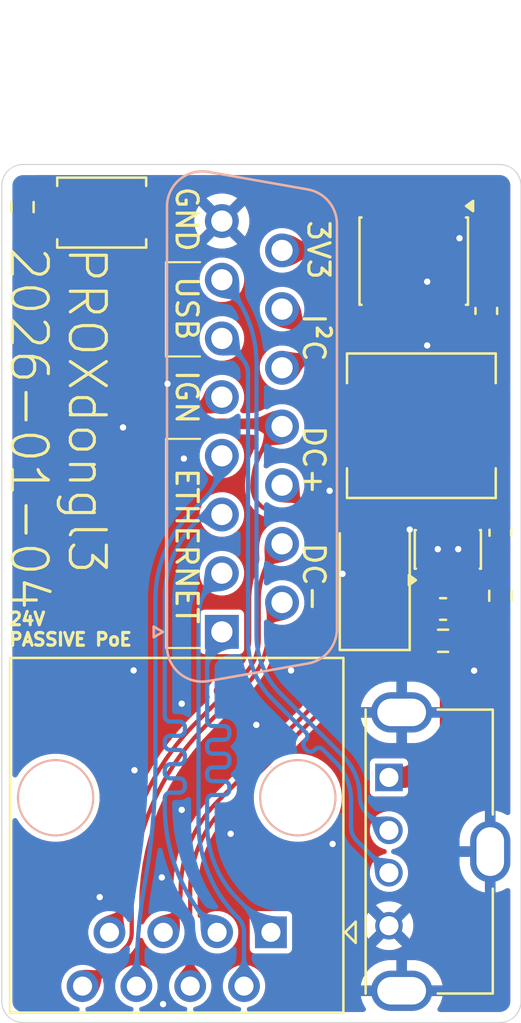
<source format=kicad_pcb>
(kicad_pcb
	(version 20241229)
	(generator "pcbnew")
	(generator_version "9.0")
	(general
		(thickness 1.6)
		(legacy_teardrops no)
	)
	(paper "A4")
	(layers
		(0 "F.Cu" signal)
		(2 "B.Cu" signal)
		(9 "F.Adhes" user "F.Adhesive")
		(11 "B.Adhes" user "B.Adhesive")
		(13 "F.Paste" user)
		(15 "B.Paste" user)
		(5 "F.SilkS" user "F.Silkscreen")
		(7 "B.SilkS" user "B.Silkscreen")
		(1 "F.Mask" user)
		(3 "B.Mask" user)
		(17 "Dwgs.User" user "User.Drawings")
		(19 "Cmts.User" user "User.Comments")
		(21 "Eco1.User" user "User.Eco1")
		(23 "Eco2.User" user "User.Eco2")
		(25 "Edge.Cuts" user)
		(27 "Margin" user)
		(31 "F.CrtYd" user "F.Courtyard")
		(29 "B.CrtYd" user "B.Courtyard")
		(35 "F.Fab" user)
		(33 "B.Fab" user)
		(39 "User.1" user)
		(41 "User.2" user)
		(43 "User.3" user)
		(45 "User.4" user)
	)
	(setup
		(pad_to_mask_clearance 0)
		(allow_soldermask_bridges_in_footprints no)
		(tenting front back)
		(pcbplotparams
			(layerselection 0x00000000_00000000_55555555_5755f5ff)
			(plot_on_all_layers_selection 0x00000000_00000000_00000000_00000000)
			(disableapertmacros no)
			(usegerberextensions yes)
			(usegerberattributes yes)
			(usegerberadvancedattributes yes)
			(creategerberjobfile yes)
			(dashed_line_dash_ratio 12.000000)
			(dashed_line_gap_ratio 3.000000)
			(svgprecision 4)
			(plotframeref no)
			(mode 1)
			(useauxorigin no)
			(hpglpennumber 1)
			(hpglpenspeed 20)
			(hpglpendiameter 15.000000)
			(pdf_front_fp_property_popups yes)
			(pdf_back_fp_property_popups yes)
			(pdf_metadata yes)
			(pdf_single_document no)
			(dxfpolygonmode yes)
			(dxfimperialunits yes)
			(dxfusepcbnewfont yes)
			(psnegative no)
			(psa4output no)
			(plot_black_and_white yes)
			(sketchpadsonfab no)
			(plotpadnumbers no)
			(hidednponfab no)
			(sketchdnponfab yes)
			(crossoutdnponfab yes)
			(subtractmaskfromsilk no)
			(outputformat 1)
			(mirror no)
			(drillshape 0)
			(scaleselection 1)
			(outputdirectory "out/")
		)
	)
	(net 0 "")
	(net 1 "/ETH_DC1+")
	(net 2 "/ETH_RX-")
	(net 3 "/ETH_TX+")
	(net 4 "/ETH_DC2+")
	(net 5 "/ETH_DC1-")
	(net 6 "/ETH_DC2-")
	(net 7 "/ETH_RX+")
	(net 8 "/ETH_TX-")
	(net 9 "/USB_D-")
	(net 10 "/USB_D+")
	(net 11 "+3V3")
	(net 12 "GND")
	(net 13 "+5V")
	(net 14 "Net-(D1-A)")
	(net 15 "Net-(U1-FB)")
	(net 16 "unconnected-(U1-NC-Pad6)")
	(net 17 "/I2C_SDA")
	(net 18 "/I2C_SCL")
	(net 19 "/IGNITION")
	(net 20 "Net-(SW1-A)")
	(footprint "Connector_USB:USB_A_Molex_105057_Vertical" (layer "F.Cu") (at 111.27 86.93 -90))
	(footprint "Diode_SMD:D_SMA" (layer "F.Cu") (at 110.6 77.405 90))
	(footprint "Resistor_SMD:R_0603_1608Metric" (layer "F.Cu") (at 93.979 60.01 90))
	(footprint "Capacitor_SMD:C_0603_1608Metric" (layer "F.Cu") (at 115.865 64.91 90))
	(footprint "Package_TO_SOT_SMD:SOT-23-6" (layer "F.Cu") (at 114.05 76.1675 180))
	(footprint "Button_Switch_SMD:SW_SPST_TS-1088-xR020" (layer "F.Cu") (at 97.714 60.27))
	(footprint "Capacitor_SMD:C_0603_1608Metric" (layer "F.Cu") (at 113.825 78.98))
	(footprint "Package_SO:SOIC-8_3.9x4.9mm_P1.27mm" (layer "F.Cu") (at 112.44 62.56 -90))
	(footprint "Inductor_SMD:L_APV_APH0630" (layer "F.Cu") (at 112.8 70.33 180))
	(footprint "Resistor_SMD:R_0603_1608Metric" (layer "F.Cu") (at 116.525 78.355 90))
	(footprint "Resistor_SMD:R_0603_1608Metric" (layer "F.Cu") (at 113.825 80.48))
	(footprint "Capacitor_SMD:C_0603_1608Metric" (layer "F.Cu") (at 116.525 75.38 -90))
	(footprint "Connector_RJ:RJ45_OST_PJ012-8P8CX_Vertical" (layer "F.Cu") (at 105.7 94.24 180))
	(footprint "Connector_Dsub:DSUB-15_Socket_Vertical_P2.77x2.84mm" (layer "B.Cu") (at 103.385 80.06 -90))
	(gr_line
		(start 100.75 80.82)
		(end 100.75 70.95)
		(stroke
			(width 0.1)
			(type default)
		)
		(layer "F.SilkS")
		(uuid "0cc2ab2c-74f2-411f-82c6-832a9a7896fe")
	)
	(gr_line
		(start 102.36 70.95)
		(end 100.75 70.95)
		(stroke
			(width 0.1)
			(type solid)
		)
		(layer "F.SilkS")
		(uuid "177e4912-91bc-4a69-8569-05cd61ff109f")
	)
	(gr_line
		(start 100.745 67.06)
		(end 100.745 62.61)
		(stroke
			(width 0.1)
			(type default)
		)
		(layer "F.SilkS")
		(uuid "5b0ec5b3-78ee-477a-9104-f903e417fe50")
	)
	(gr_line
		(start 102.355 62.61)
		(end 100.745 62.61)
		(stroke
			(width 0.1)
			(type solid)
		)
		(layer "F.SilkS")
		(uuid "5f01236e-c490-47dc-b1fd-190417acff3a")
	)
	(gr_line
		(start 102.355 67.06)
		(end 100.745 67.06)
		(stroke
			(width 0.1)
			(type solid)
		)
		(layer "F.SilkS")
		(uuid "91d07bbc-40bf-4d7b-8e15-42c0fcf409d5")
	)
	(gr_line
		(start 102.36 80.82)
		(end 100.75 80.82)
		(stroke
			(width 0.1)
			(type solid)
		)
		(layer "F.SilkS")
		(uuid "df3caf53-bd02-4f23-b1cf-81e1aa6db355")
	)
	(gr_line
		(start 93 97.5)
		(end 93 59)
		(stroke
			(width 0.05)
			(type solid)
		)
		(layer "Edge.Cuts")
		(uuid "0db6ce03-0979-466c-8d70-b73e485d4a8f")
	)
	(gr_line
		(start 117.5 59)
		(end 117.5 97.5)
		(stroke
			(width 0.05)
			(type solid)
		)
		(layer "Edge.Cuts")
		(uuid "10be46f5-97dc-400b-ad24-0b8b87306653")
	)
	(gr_line
		(start 94 58)
		(end 116.5 58)
		(stroke
			(width 0.05)
			(type solid)
		)
		(layer "Edge.Cuts")
		(uuid "413b3a9e-9bd9-4831-9365-cd63dbd28d7f")
	)
	(gr_arc
		(start 116.5 58)
		(mid 117.207107 58.292893)
		(end 117.5 59)
		(stroke
			(width 0.05)
			(type solid)
		)
		(layer "Edge.Cuts")
		(uuid "52b734ef-74dd-43b6-888f-18443ecf54e3")
	)
	(gr_arc
		(start 94 98.5)
		(mid 93.292893 98.207107)
		(end 93 97.5)
		(stroke
			(width 0.05)
			(type solid)
		)
		(layer "Edge.Cuts")
		(uuid "6a17951b-3130-4b4a-9fe8-2b07478bf2be")
	)
	(gr_line
		(start 116.5 98.5)
		(end 94 98.5)
		(stroke
			(width 0.05)
			(type solid)
		)
		(layer "Edge.Cuts")
		(uuid "79c46bbb-04e4-4a4a-967a-27117ae08049")
	)
	(gr_arc
		(start 117.5 97.5)
		(mid 117.207107 98.207107)
		(end 116.5 98.5)
		(stroke
			(width 0.05)
			(type default)
		)
		(layer "Edge.Cuts")
		(uuid "dbd91a20-56fa-46cf-ba01-69e810d4c7e5")
	)
	(gr_arc
		(start 93 59)
		(mid 93.292893 58.292893)
		(end 94 58)
		(stroke
			(width 0.05)
			(type solid)
		)
		(layer "Edge.Cuts")
		(uuid "f40b6dc1-c075-4afe-b6bc-38632a8e4915")
	)
	(gr_text "DC+"
		(at 107.14 70.24 270)
		(layer "F.SilkS")
		(uuid "2ad8987a-94f9-497c-b1d5-08f989ee34e7")
		(effects
			(font
				(size 1 1)
				(thickness 0.15)
				(bold yes)
			)
			(justify left bottom)
		)
	)
	(gr_text "USB"
		(at 101.14 63.19 270)
		(layer "F.SilkS")
		(uuid "2b9d7f41-d46d-490b-a655-aa5ca50ac4c4")
		(effects
			(font
				(size 1 1)
				(thickness 0.15)
				(bold yes)
			)
			(justify left bottom)
		)
	)
	(gr_text "PROXdongl3\n2026-01-04"
		(at 93.28 61.78 270)
		(layer "F.SilkS")
		(uuid "56a00f68-612a-4d4f-95f6-399a861de7d1")
		(effects
			(font
				(size 1.7 1.7)
				(thickness 0.15)
			)
			(justify left bottom)
		)
	)
	(gr_text "24V\nPASSIVE PoE"
		(at 93.27 80.77 0)
		(layer "F.SilkS")
		(uuid "582ed5dd-8095-4dca-b37e-f8f353222111")
		(effects
			(font
				(size 0.6 0.6)
				(thickness 0.15)
				(bold yes)
			)
			(justify left bottom)
		)
	)
	(gr_text "I²C"
		(at 107.14 64.95 270)
		(layer "F.SilkS")
		(uuid "5d421daf-5679-499d-b23c-e75cc4186d5d")
		(effects
			(font
				(size 1 1)
				(thickness 0.15)
				(bold yes)
			)
			(justify left bottom)
		)
	)
	(gr_text "3V3"
		(at 107.36 60.55 270)
		(layer "F.SilkS")
		(uuid "60c9b601-518e-4641-9840-56eeaaf71726")
		(effects
			(font
				(size 1 1)
				(thickness 0.15)
				(bold yes)
			)
			(justify left bottom)
		)
	)
	(gr_text "GND"
		(at 101.14 58.96 270)
		(layer "F.SilkS")
		(uuid "648b356c-5963-4404-b216-ab881a67eaca")
		(effects
			(font
				(size 1 1)
				(thickness 0.15)
				(bold yes)
			)
			(justify left bottom)
		)
	)
	(gr_text "IGN"
		(at 101.14 67.62 270)
		(layer "F.SilkS")
		(uuid "729df144-8f7f-4b89-8519-9e91a294d667")
		(effects
			(font
				(size 1 1)
				(thickness 0.15)
				(bold yes)
			)
			(justify left bottom)
		)
	)
	(gr_text "DC-"
		(at 107.14 75.77 270)
		(layer "F.SilkS")
		(uuid "9f6fe7f5-5953-470d-802c-f7984731a8d8")
		(effects
			(font
				(size 1 1)
				(thickness 0.15)
				(bold yes)
			)
			(justify left bottom)
		)
	)
	(gr_text "ETHERNET"
		(at 101.14 72.24 270)
		(layer "F.SilkS")
		(uuid "c6e6abf7-54bf-4756-b2d8-5f40513ec6a8")
		(effects
			(font
				(size 1 1)
				(thickness 0.15)
				(bold yes)
			)
			(justify left bottom)
		)
	)
	(segment
		(start 101.89 92.255305)
		(end 101.89 96.78)
		(width 0.2)
		(layer "F.Cu")
		(net 1)
		(uuid "0e4d5483-7a57-464a-a081-cfb3e138c863")
	)
	(segment
		(start 103.532156 88.321226)
		(end 103.510635 88.342746)
		(width 0.2)
		(layer "F.Cu")
		(net 1)
		(uuid "2000e5ef-a95e-4e68-b7fa-12886ea542cb")
	)
	(segment
		(start 108.03 76.008604)
		(end 108.03 83.409167)
		(width 0.2)
		(layer "F.Cu")
		(net 1)
		(uuid "381ac4ce-0ff3-4cf3-a33d-f100f3cf8edf")
	)
	(segment
		(start 106.225 73.135)
		(end 107.274383 74.184383)
		(width 0.2)
		(layer "F.Cu")
		(net 1)
		(uuid "3e9eecf7-6940-4a7b-a885-f54b3faaba0d")
	)
	(segment
		(start 107.737107 84.116274)
		(end 104.97669 86.876691)
		(width 0.2)
		(layer "F.Cu")
		(net 1)
		(uuid "6a3289ba-3830-4b3b-beb4-fee0b62e75df")
	)
	(segment
		(start 104.759694 88.649324)
		(end 104.684742 88.724277)
		(width 0.2)
		(layer "F.Cu")
		(net 1)
		(uuid "93b270b5-cf63-406b-8593-c82ec16cdbc8")
	)
	(segment
		(start 104.384928 88.724278)
		(end 103.906924 88.246274)
		(width 0.2)
		(layer "F.Cu")
		(net 1)
		(uuid "afdc9b64-8ca9-43d9-9b09-fb6a3299344a")
	)
	(segment
		(start 103.607112 88.246273)
		(end 103.532156 88.321226)
		(width 0.2)
		(layer "F.Cu")
		(net 1)
		(uuid "c84dd415-1bec-46d2-bdfe-1187a1680963")
	)
	(segment
		(start 104.28169 87.871505)
		(end 104.759695 88.34951)
		(width 0.2)
		(layer "F.Cu")
		(net 1)
		(uuid "e52fa9be-74c9-4bfb-97e5-8b47b568bed4")
	)
	(segment
		(start 104.97669 86.876691)
		(end 104.28169 87.571691)
		(width 0.2)
		(layer "F.Cu")
		(net 1)
		(uuid "ed754873-dd11-4748-937f-1792871542ea")
	)
	(arc
		(start 103.510635 88.342746)
		(mid 102.31119 90.137843)
		(end 101.89 92.255305)
		(width 0.2)
		(layer "F.Cu")
		(net 1)
		(uuid "049c7c04-066c-4b27-b3e8-0f8c0e4460c4")
	)
	(arc
		(start 103.906924 88.246274)
		(mid 103.757017 88.184181)
		(end 103.607112 88.246273)
		(width 0.2)
		(layer "F.Cu")
		(net 1)
		(uuid "3e23f6be-0eac-468b-8c84-c6fcc45e4f2e")
	)
	(arc
		(start 107.274383 74.184383)
		(mid 107.833621 75.021343)
		(end 108.03 76.008604)
		(width 0.2)
		(layer "F.Cu")
		(net 1)
		(uuid "6334f91f-cc72-413a-b008-9d78abe71aa7")
	)
	(arc
		(start 104.684742 88.724277)
		(mid 104.534835 88.786371)
		(end 104.384928 88.724278)
		(width 0.2)
		(layer "F.Cu")
		(net 1)
		(uuid "a06520f3-e18d-42c5-9d0b-fa90953d1bb7")
	)
	(arc
		(start 104.759695 88.34951)
		(mid 104.821789 88.499416)
		(end 104.759694 88.649324)
		(width 0.2)
		(layer "F.Cu")
		(net 1)
		(uuid "a7cd840c-81de-47b7-9836-0b664855f27b")
	)
	(arc
		(start 104.28169 87.571691)
		(mid 104.219595 87.721599)
		(end 104.28169 87.871505)
		(width 0.2)
		(layer "F.Cu")
		(net 1)
		(uuid "d2a3d82d-1f1d-4905-9e00-24da54273707")
	)
	(arc
		(start 108.03 83.409167)
		(mid 107.95388 83.791851)
		(end 107.737107 84.116274)
		(width 0.2)
		(layer "F.Cu")
		(net 1)
		(uuid "f4604cec-5ffb-4e6e-8cf7-7e17685c0392")
	)
	(segment
		(start 99.764398 91.822533)
		(end 99.766702 91.809428)
		(width 0.2)
		(layer "B.Cu")
		(net 2)
		(uuid "3bebba4b-9b29-4d82-bd5c-4c4daccb0d63")
	)
	(segment
		(start 99.35 96.573614)
		(end 99.35 96.78)
		(width 0.2)
		(layer "B.Cu")
		(net 2)
		(uuid "6322210c-741f-41d2-809b-fe0e4aa0e953")
	)
	(segment
		(start 102.532979 73.807021)
		(end 101.976779 74.363221)
		(width 0.2)
		(layer "B.Cu")
		(net 2)
		(uuid "d3a3b6de-aa64-4e08-85bd-376b2d16ec3b")
	)
	(segment
		(start 100.25 78.532035)
		(end 100.25 86.268429)
		(width 0.2)
		(layer "B.Cu")
		(net 2)
		(uuid "d58091a9-80d6-4fc5-b0bc-0dc2638d0ca0")
	)
	(arc
		(start 103.385 71.75)
		(mid 103.163567 72.863279)
		(end 102.532979 73.807021)
		(width 0.2)
		(layer "B.Cu")
		(net 2)
		(uuid "1a306158-b04f-4adc-9347-1e601f6e9b65")
	)
	(arc
		(start 99.764398 91.822533)
		(mid 99.453795 94.189054)
		(end 99.35 96.573614)
		(width 0.2)
		(layer "B.Cu")
		(net 2)
		(uuid "2e4ec317-fcf2-4b6c-b834-e6071fe90864")
	)
	(arc
		(start 101.976779 74.363221)
		(mid 100.698775 76.275889)
		(end 100.25 78.532035)
		(width 0.2)
		(layer "B.Cu")
		(net 2)
		(uuid "3001a8e3-d784-4d69-ba7c-c05c967f685d")
	)
	(arc
		(start 99.766702 91.809428)
		(mid 100.128946 89.049447)
		(end 100.25 86.268429)
		(width 0.2)
		(layer "B.Cu")
		(net 2)
		(uuid "45b71d40-1a0c-4397-945c-f1744bf7f96c")
	)
	(segment
		(start 102.69 88.146794)
		(end 102.69 88.62)
		(width 0.2)
		(layer "B.Cu")
		(net 3)
		(uuid "08791202-6085-4f0a-9eaf-ad84d534f584")
	)
	(segment
		(start 102.95 84.506794)
		(end 103.48 84.506794)
		(width 0.2)
		(layer "B.Cu")
		(net 3)
		(uuid "2398e4c8-27f4-4514-850a-af2b727dcfe3")
	)
	(segment
		(start 102.69 88.62)
		(end 102.69 89.151819)
		(width 0.2)
		(layer "B.Cu")
		(net 3)
		(uuid "2a8c4b63-f70f-45e8-9a7d-0e43ae6acee7")
	)
	(segment
		(start 102.69 81.169214)
		(end 102.69 84.246794)
		(width 0.2)
		(layer "B.Cu")
		(net 3)
		(uuid "30fcf28c-f4b3-4b97-9464-dd53500e69b1")
	)
	(segment
		(start 103.74 86.066794)
		(end 103.74 86.196794)
		(width 0.2)
		(layer "B.Cu")
		(net 3)
		(uuid "4bbf88b8-2d14-43b7-8781-3e65b025a87e")
	)
	(segment
		(start 102.69 86.716794)
		(end 102.69 86.846794)
		(width 0.2)
		(layer "B.Cu")
		(net 3)
		(uuid "543b6fdd-3c1a-46b7-97cc-7c9c4344c713")
	)
	(segment
		(start 102.95 87.106794)
		(end 103.48 87.106794)
		(width 0.2)
		(layer "B.Cu")
		(net 3)
		(uuid "61771daf-fbd1-4cae-9a1c-ffb93e4ebffc")
	)
	(segment
		(start 103.48 87.756794)
		(end 102.95 87.756794)
		(width 0.2)
		(layer "B.Cu")
		(net 3)
		(uuid "6df739c7-605c-4d45-a493-50d87a4fc7f1")
	)
	(segment
		(start 103.385 80.06)
		(end 102.982893 80.462107)
		(width 0.2)
		(layer "B.Cu")
		(net 3)
		(uuid "7f7f71cc-a5a0-4d69-a64b-ea8e074f7955")
	)
	(segment
		(start 103.48 85.156794)
		(end 102.95 85.156794)
		(width 0.2)
		(layer "B.Cu")
		(net 3)
		(uuid "811dfff3-14fe-420b-9e2f-58f734b1368b")
	)
	(segment
		(start 102.69 88.016794)
		(end 102.69 88.146794)
		(width 0.2)
		(layer "B.Cu")
		(net 3)
		(uuid "8600f91a-35c1-46f7-8daf-235e7f79ebb2")
	)
	(segment
		(start 104.159495 92.699495)
		(end 105.7 94.24)
		(width 0.2)
		(layer "B.Cu")
		(net 3)
		(uuid "b56bebc9-71cf-43ca-84e9-91b63b22097b")
	)
	(segment
		(start 103.48 86.456794)
		(end 102.95 86.456794)
		(width 0.2)
		(layer "B.Cu")
		(net 3)
		(uuid "ca8330d9-b496-4d47-b213-cb75ce8b6c9c")
	)
	(segment
		(start 102.95 85.806794)
		(end 103.48 85.806794)
		(width 0.2)
		(layer "B.Cu")
		(net 3)
		(uuid "cf11be28-ea59-4052-9957-74729281a9d0")
	)
	(segment
		(start 103.74 87.366794)
		(end 103.74 87.496794)
		(width 0.2)
		(layer "B.Cu")
		(net 3)
		(uuid "d071e876-e031-44f6-a79b-f22e8e15c686")
	)
	(segment
		(start 103.74 84.766794)
		(end 103.74 84.896794)
		(width 0.2)
		(layer "B.Cu")
		(net 3)
		(uuid "d64d358b-c939-432c-b237-f24c83aa16c9")
	)
	(segment
		(start 105.61 94.1)
		(end 105.5 93.99)
		(width 0.2)
		(layer "B.Cu")
		(net 3)
		(uuid "ee570994-3e94-4237-bd5c-cfcc1aedb572")
	)
	(segment
		(start 102.69 85.416794)
		(end 102.69 85.546794)
		(width 0.2)
		(layer "B.Cu")
		(net 3)
		(uuid "faba9060-984e-45c2-bb8b-74fcf48cda60")
	)
	(arc
		(start 102.69 86.846794)
		(mid 102.766152 87.030642)
		(end 102.95 87.106794)
		(width 0.2)
		(layer "B.Cu")
		(net 3)
		(uuid "456ae852-3701-45aa-8bd3-d1d14bd4bdee")
	)
	(arc
		(start 103.48 84.506794)
		(mid 103.663848 84.582946)
		(end 103.74 84.766794)
		(width 0.2)
		(layer "B.Cu")
		(net 3)
		(uuid "6572ef5a-701f-445a-bd13-6af878b12b4d")
	)
	(arc
		(start 103.74 86.196794)
		(mid 103.663848 86.380642)
		(end 103.48 86.456794)
		(width 0.2)
		(layer "B.Cu")
		(net 3)
		(uuid "74f890af-55d1-4cd8-9253-ce7075b7f6c2")
	)
	(arc
		(start 102.69 84.246794)
		(mid 102.766152 84.430642)
		(end 102.95 84.506794)
		(width 0.2)
		(layer "B.Cu")
		(net 3)
		(uuid "75a20f59-f58c-4de5-9d1d-b39c37652fb2")
	)
	(arc
		(start 102.95 87.756794)
		(mid 102.766152 87.832946)
		(end 102.69 88.016794)
		(width 0.2)
		(layer "B.Cu")
		(net 3)
		(uuid "7616e2ea-9495-40cc-8ac0-d110b6d7cd95")
	)
	(arc
		(start 102.95 86.456794)
		(mid 102.766152 86.532946)
		(end 102.69 86.716794)
		(width 0.2)
		(layer "B.Cu")
		(net 3)
		(uuid "85029843-b620-4294-b42d-56724129990c")
	)
	(arc
		(start 103.74 84.896794)
		(mid 103.663848 85.080642)
		(end 103.48 85.156794)
		(width 0.2)
		(layer "B.Cu")
		(net 3)
		(uuid "894865df-a1fe-41ce-afad-015e2354f0f1")
	)
	(arc
		(start 102.69 89.151819)
		(mid 103.071909 91.071807)
		(end 104.159495 92.699495)
		(width 0.2)
		(layer "B.Cu")
		(net 3)
		(uuid "89498af4-1bb5-407f-abea-e7fc99c66578")
	)
	(arc
		(start 103.74 87.496794)
		(mid 103.663848 87.680642)
		(end 103.48 87.756794)
		(width 0.2)
		(layer "B.Cu")
		(net 3)
		(uuid "951df5ab-62d5-4c0d-8a23-28d8bb7d6c02")
	)
	(arc
		(start 103.48 85.806794)
		(mid 103.663848 85.882946)
		(end 103.74 86.066794)
		(width 0.2)
		(layer "B.Cu")
		(net 3)
		(uuid "a332847c-5507-4cdc-ab64-0c23e2ec5117")
	)
	(arc
		(start 102.95 85.156794)
		(mid 102.766152 85.232946)
		(end 102.69 85.416794)
		(width 0.2)
		(layer "B.Cu")
		(net 3)
		(uuid "bf3e0b7e-8155-407c-8d71-4fbfe9428daa")
	)
	(arc
		(start 102.982893 80.462107)
		(mid 102.76612 80.786531)
		(end 102.69 81.169214)
		(width 0.2)
		(layer "B.Cu")
		(net 3)
		(uuid "c2da10c9-20c1-4185-aa06-8fd5c7ed4f6c")
	)
	(arc
		(start 102.69 85.546794)
		(mid 102.766152 85.730642)
		(end 102.95 85.806794)
		(width 0.2)
		(layer "B.Cu")
		(net 3)
		(uuid "cab4d5ff-c645-42ac-81fe-322cf7370af8")
	)
	(arc
		(start 103.48 87.106794)
		(mid 103.663848 87.182946)
		(end 103.74 87.366794)
		(width 0.2)
		(layer "B.Cu")
		(net 3)
		(uuid "dea85e50-2110-422d-8777-edb51f6f2975")
	)
	(segment
		(start 106.1 70.24)
		(end 106.225 70.365)
		(width 0.5)
		(layer "F.Cu")
		(net 4)
		(uuid "02d403b6-e03c-43bc-b9fd-122aa65fea7f")
	)
	(segment
		(start 95.334214 62.2)
		(end 98.08 62.2)
		(width 0.5)
		(layer "F.Cu")
		(net 4)
		(uuid "11cd5a36-f438-4b3a-ab4f-7d870c5d6fa6")
	)
	(segment
		(start 94.271893 61.551893)
		(end 94.627107 61.907107)
		(width 0.5)
		(layer "F.Cu")
		(net 4)
		(uuid "3b501fb9-2df1-4bb1-b8f2-fcc50110efc0")
	)
	(segment
		(start 105.864374 70.725626)
		(end 106.225 70.365)
		(width 0.2)
		(layer "F.Cu")
		(net 4)
		(uuid "54764f5e-b51e-4d34-b7ee-3f5a16651d16")
	)
	(segment
		(start 105.568919 74.311963)
		(end 106.86108 74.748037)
		(width 0.2)
		(layer "F.Cu")
		(net 4)
		(uuid "6062565b-9669-45fa-8931-ec6f2f8a4c95")
	)
	(segment
		(start 93.979 60.835)
		(end 93.979 60.844786)
		(width 0.5)
		(layer "F.Cu")
		(net 4)
		(uuid "655d4388-134a-445a-80b3-32c80eb67766")
	)
	(segment
		(start 99.08 63.2)
		(end 99.08 68.486188)
		(width 0.5)
		(layer "F.Cu")
		(net 4)
		(uuid "66f30898-5f84-448d-a9fd-a60acdacbef5")
	)
	(segment
		(start 100.833812 70.24)
		(end 106.1 70.24)
		(width 0.5)
		(layer "F.Cu")
		(net 4)
		(uuid "9bed8f89-a47b-4c54-acce-855c4203c25f")
	)
	(segment
		(start 103.17258 88.07742)
		(end 107.361107 83.888893)
		(width 0.2)
		(layer "F.Cu")
		(net 4)
		(uuid "b5cc80c3-23b2-4c62-a3f8-94940f36b2ed")
	)
	(segment
		(start 107.361107 75.101107)
		(end 107.248429 74.988429)
		(width 0.2)
		(layer "F.Cu")
		(net 4)
		(uuid "ee447aad-e785-47e3-af95-1986b889336f")
	)
	(segment
		(start 107.654 83.181786)
		(end 107.654 75.808214)
		(width 0.2)
		(layer "F.Cu")
		(net 4)
		(uuid "fb7a1e86-5819-4323-ad13-adc79169b97c")
	)
	(arc
		(start 98.08 62.2)
		(mid 98.787107 62.492893)
		(end 99.08 63.2)
		(width 0.5)
		(layer "F.Cu")
		(net 4)
		(uuid "03c05710-d321-44f3-bf6a-26bae4d4804f")
	)
	(arc
		(start 105.181571 74.071571)
		(mid 105.361363 74.214135)
		(end 105.568919 74.311963)
		(width 0.2)
		(layer "F.Cu")
		(net 4)
		(uuid "093c8e07-37a6-4655-a636-22221899a899")
	)
	(arc
		(start 107.248429 74.988429)
		(mid 107.068636 74.845865)
		(end 106.86108 74.748037)
		(width 0.2)
		(layer "F.Cu")
		(net 4)
		(uuid "1244a1db-341d-4ca0-9f0a-a915e9d00cd1")
	)
	(arc
		(start 94.627107 61.907107)
		(mid 94.951531 62.12388)
		(end 95.334214 62.2)
		(width 0.5)
		(layer "F.Cu")
		(net 4)
		(uuid "2a041aa4-57a5-4f77-95ba-b511330d3fb8")
	)
	(arc
		(start 104.83 73.222858)
		(mid 105.098825 71.87135)
		(end 105.864374 70.725626)
		(width 0.2)
		(layer "F.Cu")
		(net 4)
		(uuid "308289eb-56d6-47ab-85ea-f30ed229e806")
	)
	(arc
		(start 107.361107 75.101107)
		(mid 107.57788 75.42553)
		(end 107.654 75.808214)
		(width 0.2)
		(layer "F.Cu")
		(net 4)
		(uuid "40e98ecc-5bd8-44ad-a860-674af590351a")
	)
	(arc
		(start 104.83 73.222858)
		(mid 104.92136 73.682157)
		(end 105.181571 74.071571)
		(width 0.2)
		(layer "F.Cu")
		(net 4)
		(uuid "9e1ce9ab-8d7a-4dd4-baaa-43539fe6649c")
	)
	(arc
		(start 107.654 83.181786)
		(mid 107.57788 83.564469)
		(end 107.361107 83.888893)
		(width 0.2)
		(layer "F.Cu")
		(net 4)
		(uuid "c7a0f7b6-3730-47ec-a91e-b4c917fa8ef0")
	)
	(arc
		(start 93.979 60.844786)
		(mid 94.05512 61.22747)
		(end 94.271893 61.551893)
		(width 0.5)
		(layer "F.Cu")
		(net 4)
		(uuid "d3589a68-53a5-4e55-b512-d68fba8cdbbb")
	)
	(arc
		(start 103.17258 88.07742)
		(mid 101.890284 89.996512)
		(end 101.44 92.26035)
		(width 0.2)
		(layer "F.Cu")
		(net 4)
		(uuid "d4118f58-a173-4938-87fb-87b649010fdb")
	)
	(arc
		(start 99.08 68.486188)
		(mid 99.59368 69.72632)
		(end 100.833812 70.24)
		(width 0.5)
		(layer "F.Cu")
		(net 4)
		(uuid "dc8be22a-e3d8-4488-a36d-c312a9bb12e1")
	)
	(arc
		(start 101.44 92.26035)
		(mid 101.22689 93.331726)
		(end 100.62 94.24)
		(width 0.2)
		(layer "F.Cu")
		(net 4)
		(uuid "f886fd48-05cd-4897-964b-72579e545c96")
	)
	(segment
		(start 102.733507 83.776492)
		(end 102.68 83.83)
		(width 0.2)
		(layer "F.Cu")
		(net 5)
		(uuid "178e6d5d-90ce-4d85-933c-c85d6c7d4dfb")
	)
	(segment
		(start 105.124 80.42095)
		(end 105.122 80.42295)
		(width 0.2)
		(layer "F.Cu")
		(net 5)
		(uuid "377987c2-e7b5-438f-a64d-a6178aa86326")
	)
	(segment
		(start 102.68 83.83)
		(end 102.342021 84.167979)
		(width 0.2)
		(layer "F.Cu")
		(net 5)
		(uuid "5da5a1c0-fc75-4c39-9dcb-577bd1327f74")
	)
	(segment
		(start 103.171911 83.338086)
		(end 102.733507 83.776492)
		(width 0.2)
		(layer "F.Cu")
		(net 5)
		(uuid "86e345e7-c7d8-4760-9c7c-04d97751b657")
	)
	(segment
		(start 105.124 78.563026)
		(end 105.124 80.42095)
		(width 0.2)
		(layer "F.Cu")
		(net 5)
		(uuid "ae931f86-82ac-471c-b567-7694334817c7")
	)
	(segment
		(start 104.439622 82.070378)
		(end 104.275 82.235)
		(width 0.2)
		(layer "F.Cu")
		(net 5)
		(uuid "bb33693a-45c7-490f-845a-4a5241fb7fa3")
	)
	(segment
		(start 102.342021 84.167979)
		(end 102.1883 84.3217)
		(width 0.2)
		(layer "F.Cu")
		(net 5)
		(uuid "d4f049ac-7272-489e-b9c2-8be3c0096c50")
	)
	(segment
		(start 103.610318 82.235)
		(end 103.171911 82.673406)
		(width 0.2)
		(layer "F.Cu")
		(net 5)
		(uuid "fb801227-1ac0-44c2-a24c-f2f795d6d194")
	)
	(arc
		(start 98.7 92.743256)
		(mid 98.53888 93.553261)
		(end 98.08 94.24)
		(width 0.2)
		(layer "F.Cu")
		(net 5)
		(uuid "0f8f38ef-13ad-4035-8dcc-fb4014393152")
	)
	(arc
		(start 102.1883 84.3217)
		(mid 99.606579 88.185518)
		(end 98.7 92.743256)
		(width 0.2)
		(layer "F.Cu")
		(net 5)
		(uuid "1e502bc6-d01a-418f-86a4-18d25deef612")
	)
	(arc
		(start 104.275 82.235)
		(mid 104.108829 82.30383)
		(end 103.942659 82.235)
		(width 0.2)
		(layer "F.Cu")
		(net 5)
		(uuid "42f0e309-6701-40b4-a814-cb89d28ecf0d")
	)
	(arc
		(start 105.122 80.42295)
		(mid 104.944655 81.314542)
		(end 104.439622 82.070378)
		(width 0.2)
		(layer "F.Cu")
		(net 5)
		(uuid "4766346b-15de-4d1c-ae42-25c83474338f")
	)
	(arc
		(start 103.942659 82.235)
		(mid 103.776489 82.166169)
		(end 103.610318 82.235)
		(width 0.2)
		(layer "F.Cu")
		(net 5)
		(uuid "58cd7769-3e26-4e76-aeaa-a541f26b3d0f")
	)
	(arc
		(start 106.225 75.905)
		(mid 105.410136 77.124522)
		(end 105.124 78.563026)
		(width 0.2)
		(layer "F.Cu")
		(net 5)
		(uuid "7e453643-9777-4def-92e1-23f274cb706e")
	)
	(arc
		(start 103.171911 83.005746)
		(mid 103.240741 83.171916)
		(end 103.171911 83.338086)
		(width 0.2)
		(layer "F.Cu")
		(net 5)
		(uuid "dc7af08b-2dcd-4f33-b9b3-6c2dc30e6947")
	)
	(arc
		(start 103.171911 82.673406)
		(mid 103.103081 82.839576)
		(end 103.171911 83.005746)
		(width 0.2)
		(layer "F.Cu")
		(net 5)
		(uuid "dff1f9f7-986a-42fc-bdce-b86a64153542")
	)
	(segment
		(start 99.131 94.261125)
		(end 99.130994 92.945856)
		(width 0.2)
		(layer "F.Cu")
		(net 6)
		(uuid "0ec322cc-5547-4f14-88c8-b55d008820d6")
	)
	(segment
		(start 96.81 96.78)
		(end 97.026339 96.78)
		(width 0.2)
		(layer "F.Cu")
		(net 6)
		(uuid "1967c86a-0ce3-4694-beee-2356affc802a")
	)
	(segment
		(start 97.026339 96.78)
		(end 98.838107 94.968232)
		(width 0.2)
		(layer "F.Cu")
		(net 6)
		(uuid "22ec12a0-1860-49ad-a441-194f81473b85")
	)
	(segment
		(start 102.643045 84.466955)
		(end 104.493875 82.616125)
		(width 0.2)
		(layer "F.Cu")
		(net 6)
		(uuid "88f1da5c-9f20-4acd-b750-14495b4cb894")
	)
	(segment
		(start 105.872893 79.027107)
		(end 106.225 78.675)
		(width 0.2)
		(layer "F.Cu")
		(net 6)
		(uuid "97822702-adbd-4c42-9d8d-353d1c67ad5d")
	)
	(segment
		(start 105.58 79.993987)
		(end 105.58 79.734214)
		(width 0.2)
		(layer "F.Cu")
		(net 6)
		(uuid "c18c71eb-12cd-4952-9b47-3f174260845f")
	)
	(arc
		(start 99.130994 92.945856)
		(mid 100.043735 88.357108)
		(end 102.643045 84.466955)
		(width 0.2)
		(layer "F.Cu")
		(net 6)
		(uuid "72bc8500-9b07-43bd-be2d-679c7e2f8a0f")
	)
	(arc
		(start 105.872893 79.027107)
		(mid 105.65612 79.35153)
		(end 105.58 79.734214)
		(width 0.2)
		(layer "F.Cu")
		(net 6)
		(uuid "aef8902f-7524-44a3-95ec-1df68b30e9f3")
	)
	(arc
		(start 104.493875 82.616125)
		(mid 105.297725 81.413078)
		(end 105.58 79.993987)
		(width 0.2)
		(layer "F.Cu")
		(net 6)
		(uuid "c746ebd9-68d7-4768-be41-e1369a859a28")
	)
	(arc
		(start 99.131 94.261125)
		(mid 99.05488 94.643808)
		(end 98.838107 94.968232)
		(width 0.2)
		(layer "F.Cu")
		(net 6)
		(uuid "d30853b7-8775-4498-ba5b-b5c09bfe87bb")
	)
	(segment
		(start 100.958 86.303795)
		(end 101.372 86.303795)
		(width 0.2)
		(layer "B.Cu")
		(net 7)
		(uuid "013ca9e3-9b5c-4636-aed5-59ea27a71012")
	)
	(segment
		(start 102.919214 74.52)
		(end 103.385 74.52)
		(width 0.2)
		(layer "B.Cu")
		(net 7)
		(uuid "0cf7bb87-e524-4ad3-840c-cf36af40c4b6")
	)
	(segment
		(start 100.958 87.643795)
		(end 101.372 87.643795)
		(width 0.2)
		(layer "B.Cu")
		(net 7)
		(uuid "0ee72aaf-79cb-44db-8d47-b2e2c9f12a7a")
	)
	(segment
		(start 100.69 83.84)
		(end 100.69 82.757393)
		(width 0.2)
		(layer "B.Cu")
		(net 7)
		(uuid "13e5e73f-781f-4ac8-a697-9cc11f7e7730")
	)
	(segment
		(start 100.69 84.025795)
		(end 100.69 83.891795)
		(width 0.2)
		(layer "B.Cu")
		(net 7)
		(uuid "4197f2da-d259-4895-ad6e-0d5458d26444")
	)
	(segment
		(start 101.64 86.035795)
		(end 101.64 85.901795)
		(width 0.2)
		(layer "B.Cu")
		(net 7)
		(uuid "48a91454-8edc-45b6-8580-587c09d0a905")
	)
	(segment
		(start 101.372 84.293795)
		(end 100.958 84.293795)
		(width 0.2)
		(layer "B.Cu")
		(net 7)
		(uuid "575022e1-8e1d-491b-a5e5-216e7fe94f72")
	)
	(segment
		(start 101.372 86.973795)
		(end 100.958 86.973795)
		(width 0.2)
		(layer "B.Cu")
		(net 7)
		(uuid "66dff5c2-1f3b-4a69-9e3d-55d4dd1272e8")
	)
	(segment
		(start 100.69 83.891795)
		(end 100.69 83.84)
		(width 0.2)
		(layer "B.Cu")
		(net 7)
		(uuid "7e2d2276-fa43-442a-b2ea-65bb2dba8706")
	)
	(segment
		(start 100.69 86.705795)
		(end 100.69 86.571795)
		(width 0.2)
		(layer "B.Cu")
		(net 7)
		(uuid "87ed7a75-a840-449a-b2c5-376e4fe189a2")
	)
	(segment
		(start 100.69 85.365795)
		(end 100.69 85.231795)
		(width 0.2)
		(layer "B.Cu")
		(net 7)
		(uuid "a8debe98-595a-47ba-9b94-3fa772d1456c")
	)
	(segment
		(start 101.64 84.695795)
		(end 101.64 84.561795)
		(width 0.2)
		(layer "B.Cu")
		(net 7)
		(uuid "af807c97-fe3a-4ca5-adb8-58d44bf8166d")
	)
	(segment
		(start 100.958 84.963795)
		(end 101.372 84.963795)
		(width 0.2)
		(layer "B.Cu")
		(net 7)
		(uuid "b3fca971-4417-4fa5-ba68-f33a13aba272")
	)
	(segment
		(start 101.64 87.375795)
		(end 101.64 87.241795)
		(width 0.2)
		(layer "B.Cu")
		(net 7)
		(uuid "cc5073d5-ef1c-4382-8852-60a89cc302d8")
	)
	(segment
		(start 100.69 88.276906)
		(end 100.69 87.911795)
		(width 0.2)
		(layer "B.Cu")
		(net 7)
		(uuid "d1175fea-1705-46c3-bad6-22d02f8410c2")
	)
	(segment
		(start 100.69 82.757393)
		(end 100.69 78.487542)
		(width 0.2)
		(layer "B.Cu")
		(net 7)
		(uuid "f0d54729-f059-4dcb-842e-60cab8ff8357")
	)
	(segment
		(start 101.372 85.633795)
		(end 100.958 85.633795)
		(width 0.2)
		(layer "B.Cu")
		(net 7)
		(uuid "ff07e0e0-7151-4348-a865-3ca13de5a0a0")
	)
	(arc
		(start 101.64 85.901795)
		(mid 101.561505 85.71229)
		(end 101.372 85.633795)
		(width 0.2)
		(layer "B.Cu")
		(net 7)
		(uuid "044c9df9-8ea1-4653-805a-3e93ca21af18")
	)
	(arc
		(start 101.372 86.303795)
		(mid 101.561505 86.2253)
		(end 101.64 86.035795)
		(width 0.2)
		(layer "B.Cu")
		(net 7)
		(uuid "179b7198-787f-418e-95ef-5036a9cacabf")
	)
	(arc
		(start 100.69 86.571795)
		(mid 100.768495 86.38229)
		(end 100.958 86.303795)
		(width 0.2)
		(layer "B.Cu")
		(net 7)
		(uuid "2590f62c-3c44-42ac-a79f-43e804ca281c")
	)
	(arc
		(start 100.958 85.633795)
		(mid 100.768495 85.5553)
		(end 100.69 85.365795)
		(width 0.2)
		(layer "B.Cu")
		(net 7)
		(uuid "42223ce5-9c74-46c2-8827-5e8de7bfd8ec")
	)
	(arc
		(start 100.958 84.293795)
		(mid 100.768495 84.2153)
		(end 100.69 84.025795)
		(width 0.2)
		(layer "B.Cu")
		(net 7)
		(uuid "6643d2b6-97ee-4314-8b8f-c07975a3a717")
	)
	(arc
		(start 101.64 87.241795)
		(mid 101.561505 87.05229)
		(end 101.372 86.973795)
		(width 0.2)
		(layer "B.Cu")
		(net 7)
		(uuid "7f7b28f5-c8f9-4ebb-9d26-84e9d57b9b22")
	)
	(arc
		(start 100.958 86.973795)
		(mid 100.768495 86.8953)
		(end 100.69 86.705795)
		(width 0.2)
		(layer "B.Cu")
		(net 7)
		(uuid "81564958-2009-4a22-a6e0-8b175ce9739e")
	)
	(arc
		(start 101.64 84.561795)
		(mid 101.561505 84.37229)
		(end 101.372 84.293795)
		(width 0.2)
		(layer "B.Cu")
		(net 7)
		(uuid "ba1e7fe6-3ee4-4192-8ada-5d22a00863d8")
	)
	(arc
		(start 101.372 87.643795)
		(mid 101.561505 87.5653)
		(end 101.64 87.375795)
		(width 0.2)
		(layer "B.Cu")
		(net 7)
		(uuid "ba6805a7-b5b8-49a9-9587-761aea163fbd")
	)
	(arc
		(start 100.69 85.231795)
		(mid 100.768495 85.04229)
		(end 100.958 84.963795)
		(width 0.2)
		(layer "B.Cu")
		(net 7)
		(uuid "d13c472a-c052-4c85-b6b5-2837406322b2")
	)
	(arc
		(start 100.69 87.911795)
		(mid 100.768495 87.72229)
		(end 100.958 87.643795)
		(width 0.2)
		(layer "B.Cu")
		(net 7)
		(uuid "dc1c4dc5-3245-41e8-bc20-ed94f4667778")
	)
	(arc
		(start 103.16 94.24)
		(mid 101.331929 91.504104)
		(end 100.69 88.276906)
		(width 0.2)
		(layer "B.Cu")
		(net 7)
		(uuid "e3629c15-7b3f-476c-b04c-6e127f121a8e")
	)
	(arc
		(start 102.212107 74.812893)
		(mid 102.53653 74.59612)
		(end 102.919214 74.52)
		(width 0.2)
		(layer "B.Cu")
		(net 7)
		(uuid "e3ed4e10-0132-47b1-9d17-91bf01a14e7a")
	)
	(arc
		(start 100.69 78.487542)
		(mid 101.085576 76.498852)
		(end 102.212107 74.812893)
		(width 0.2)
		(layer "B.Cu")
		(net 7)
		(uuid "e70db0de-79e7-4862-927f-8b32bc8ffdd1")
	)
	(arc
		(start 101.372 84.963795)
		(mid 101.561505 84.8853)
		(end 101.64 84.695795)
		(width 0.2)
		(layer "B.Cu")
		(net 7)
		(uuid "efc28090-c7ba-4c42-b3c9-6c4cf957380e")
	)
	(segment
		(start 102.284 89.063388)
		(end 102.284 79.320203)
		(width 0.2)
		(layer "B.Cu")
		(net 8)
		(uuid "4b2a3afd-047c-4dd8-b61e-bd7ba892f62d")
	)
	(segment
		(start 104.43 96.78)
		(end 104.43 94.244214)
		(width 0.2)
		(layer "B.Cu")
		(net 8)
		(uuid "5acc444f-c98a-4247-ab8f-0dc2df220bfe")
	)
	(segment
		(start 102.941046 77.733954)
		(end 103.385 77.29)
		(width 0.2)
		(layer "B.Cu")
		(net 8)
		(uuid "a6dbd2b2-7685-4bd8-95fb-35e449e347cc")
	)
	(arc
		(start 104.137107 93.537107)
		(mid 102.765593 91.484518)
		(end 102.284 89.063388)
		(width 0.2)
		(layer "B.Cu")
		(net 8)
		(uuid "4f40585e-aa3f-4550-877b-2770afdfae0b")
	)
	(arc
		(start 104.137107 93.537107)
		(mid 104.35388 93.86153)
		(end 104.43 94.244214)
		(width 0.2)
		(layer "B.Cu")
		(net 8)
		(uuid "8f2109ec-b1e5-44d4-aec9-5b1b77883df7")
	)
	(arc
		(start 102.941046 77.733954)
		(mid 102.454761 78.461731)
		(end 102.284 79.320203)
		(width 0.2)
		(layer "B.Cu")
		(net 8)
		(uuid "a39f653a-4dd3-41ff-98bc-8fbd7f2b6a8d")
	)
	(segment
		(start 111.04 89.43)
		(end 111.27 89.43)
		(width 0.2)
		(layer "B.Cu")
		(net 9)
		(uuid "4719347f-1ace-4aed-9f4e-8f76853ac017")
	)
	(segment
		(start 110.192893 88.582893)
		(end 111.04 89.43)
		(width 0.2)
		(layer "B.Cu")
		(net 9)
		(uuid "d2cec5d0-3f39-42d9-a3b6-d6479ce8a7c8")
	)
	(segment
		(start 106.164481 82.984481)
		(end 109.082747 85.902747)
		(width 0.2)
		(layer "B.Cu")
		(net 9)
		(uuid "f288b572-117d-45c3-814f-540ae47cd057")
	)
	(segment
		(start 105.02 67.387227)
		(end 105.02 80.221459)
		(width 0.2)
		(layer "B.Cu")
		(net 9)
		(uuid "f9ca977f-6825-44f2-8ca6-130a110a9fe7")
	)
	(arc
		(start 105.02 67.387227)
		(mid 104.595079 65.251007)
		(end 103.385 63.44)
		(width 0.2)
		(layer "B.Cu")
		(net 9)
		(uuid "209535b4-65a5-4b52-8cf1-3b89bf20ea14")
	)
	(arc
		(start 105.02 80.221459)
		(mid 105.317441 81.716796)
		(end 106.164481 82.984481)
		(width 0.2)
		(layer "B.Cu")
		(net 9)
		(uuid "c0f6a440-3c4a-4dc6-ac9f-c2c20731e1ce")
	)
	(arc
		(start 109.9 87.875786)
		(mid 109.687603 86.807979)
		(end 109.082747 85.902747)
		(width 0.2)
		(layer "B.Cu")
		(net 9)
		(uuid "ccf0d7fd-a633-48f1-9a3e-225e1dd8c122")
	)
	(arc
		(start 110.192893 88.582893)
		(mid 109.97612 88.25847)
		(end 109.9 87.875786)
		(width 0.2)
		(layer "B.Cu")
		(net 9)
		(uuid "e982443e-c17f-4c94-a0ff-d6ebe9e5ee7c")
	)
	(segment
		(start 107.747723 85.643299)
		(end 107.78732 85.603701)
		(width 0.2)
		(layer "B.Cu")
		(net 10)
		(uuid "11db1d88-213e-421e-92f6-4106124b1c2b")
	)
	(segment
		(start 105.751843 83.211843)
		(end 105.757259 83.217259)
		(width 0.2)
		(layer "B.Cu")
		(net 10)
		(uuid "25b844af-9869-407e-80f1-9ddf7877686c")
	)
	(segment
		(start 108.143702 85.603701)
		(end 108.232798 85.692798)
		(width 0.2)
		(layer "B.Cu")
		(net 10)
		(uuid "2ada9cb4-5130-4a82-97ba-99c4e61dedbb")
	)
	(segment
		(start 109.772893 89.932893)
		(end 111.27 91.43)
		(width 0.2)
		(layer "B.Cu")
		(net 10)
		(uuid "4ec7dd4e-6af7-4ca6-badd-f21df39205c3")
	)
	(segment
		(start 107.341844 85.158225)
		(end 107.302246 85.197822)
		(width 0.2)
		(layer "B.Cu")
		(net 10)
		(uuid "6d5dd4d0-d2f0-48d0-823b-b93fbca4d412")
	)
	(segment
		(start 105.757259 83.217259)
		(end 107.341844 84.801844)
		(width 0.2)
		(layer "B.Cu")
		(net 10)
		(uuid "8504a1fb-8383-4653-ab7c-e630c8f9451e")
	)
	(segment
		(start 107.302246 85.554204)
		(end 107.391341 85.643299)
		(width 0.2)
		(layer "B.Cu")
		(net 10)
		(uuid "8adaae6f-2397-4366-99ea-e16411ece144")
	)
	(segment
		(start 109.479997 87.978268)
		(end 109.48 89.225786)
		(width 0.2)
		(layer "B.Cu")
		(net 10)
		(uuid "a602f9f5-1910-4eb3-8738-e87bb3f8fca4")
	)
	(segment
		(start 108.550164 86.010164)
		(end 108.630164 86.090164)
		(width 0.2)
		(layer "B.Cu")
		(net 10)
		(uuid "c0b2c1fc-6a5d-4d2b-a027-93aa39a0cf68")
	)
	(segment
		(start 104.62 67.859214)
		(end 104.62 80.479333)
		(width 0.2)
		(layer "B.Cu")
		(net 10)
		(uuid "d9d5c0fd-6b50-4ff8-9818-4b9244e08426")
	)
	(segment
		(start 108.232798 85.692798)
		(end 108.550164 86.010164)
		(width 0.2)
		(layer "B.Cu")
		(net 10)
		(uuid "db2f87d6-e764-4bb4-9957-981f8e5a0d8a")
	)
	(segment
		(start 108.630164 86.090164)
		(end 108.745824 86.205824)
		(width 0.2)
		(layer "B.Cu")
		(net 10)
		(uuid "e8b3d23a-43f2-4750-ab86-f763d0e650ef")
	)
	(segment
		(start 103.385 66.21)
		(end 104.327107 67.152107)
		(width 0.2)
		(layer "B.Cu")
		(net 10)
		(uuid "fd688c77-fe98-46ea-9fcd-1e4082416827")
	)
	(arc
		(start 108.745824 86.205824)
		(mid 109.28919 87.019028)
		(end 109.479997 87.978268)
		(width 0.2)
		(layer "B.Cu")
		(net 10)
		(uuid "01b92a7b-2b80-41bf-9a3a-1d0c26991775")
	)
	(arc
		(start 107.391341 85.643299)
		(mid 107.569532 85.717108)
		(end 107.747723 85.643299)
		(width 0.2)
		(layer "B.Cu")
		(net 10)
		(uuid "0f81b16a-195f-4876-9e67-41dfa7345653")
	)
	(arc
		(start 104.62 80.479333)
		(mid 104.914156 81.958157)
		(end 105.751843 83.211843)
		(width 0.2)
		(layer "B.Cu")
		(net 10)
		(uuid "3f9f3873-10f8-406b-a794-fac36cd1ea95")
	)
	(arc
		(start 107.341844 84.801844)
		(mid 107.415652 84.980035)
		(end 107.341844 85.158225)
		(width 0.2)
		(layer "B.Cu")
		(net 10)
		(uuid "8faa3a95-53ce-4edc-85b1-2402792c6c33")
	)
	(arc
		(start 107.302246 85.197822)
		(mid 107.228437 85.376013)
		(end 107.302246 85.554204)
		(width 0.2)
		(layer "B.Cu")
		(net 10)
		(uuid "a69a5b3b-f301-4769-ac3c-675a86a3efaa")
	)
	(arc
		(start 104.327107 67.152107)
		(mid 104.54388 67.47653)
		(end 104.62 67.859214)
		(width 0.2)
		(layer "B.Cu")
		(net 10)
		(uuid "b2c2a6ec-9a5c-4ebf-92e9-27632160e83d")
	)
	(arc
		(start 109.48 89.225786)
		(mid 109.55612 89.608469)
		(end 109.772893 89.932893)
		(width 0.2)
		(layer "B.Cu")
		(net 10)
		(uuid "d9bf6c82-aedf-4f40-beca-0aab10ea70ce")
	)
	(arc
		(start 107.78732 85.603701)
		(mid 107.965511 85.529892)
		(end 108.143702 85.603701)
		(width 0.2)
		(layer "B.Cu")
		(net 10)
		(uuid "e9e4cfd5-7061-4b70-9588-22f7fa0ecdfb")
	)
	(segment
		(start 115.825 70.33)
		(end 115.825 73.905)
		(width 0.8)
		(layer "F.Cu")
		(net 11)
		(uuid "02d1fe67-f3a4-46d1-af6d-960598de9504")
	)
	(segment
		(start 114.345 65.035)
		(end 115.532107 66.222107)
		(width 0.6)
		(layer "F.Cu")
		(net 11)
		(uuid "0861a668-ee5b-4cb5-98d6-0ffa2ac9e173")
	)
	(segment
		(start 115.865 70.29)
		(end 115.825 70.33)
		(width 0.8)
		(layer "F.Cu")
		(net 11)
		(uuid "119cfd79-dc51-4cb7-8f84-9d8cadcf19af")
	)
	(segment
		(start 114.05 75.03)
		(end 115 75.03)
		(width 0.6)
		(layer "F.Cu")
		(net 11)
		(uuid "2492e7e2-fe6f-4215-b9b8-165433f621da")
	)
	(segment
		(start 116.525 74.605)
		(end 116.025905 74.605)
		(width 0.6)
		(layer "F.Cu")
		(net 11)
		(uuid "33d1a2ea-c14c-43f7-9fba-887cd23adffb")
	)
	(segment
		(start 115.825 70.33)
		(end 115.825 74.205)
		(width 0.8)
		(layer "F.Cu")
		(net 11)
		(uuid "4d50e905-f1a1-4a47-b347-ef0060d2ac37")
	)
	(segment
		(start 114.702107 65.392107)
		(end 114.345 65.035)
		(width 0.6)
		(layer "F.Cu")
		(net 11)
		(uuid "6cd811cf-b59a-42e8-ad44-48b10bae255f")
	)
	(segment
		(start 115.825 73.905)
		(end 116.525 74.605)
		(width 0.8)
		(layer "F.Cu")
		(net 11)
		(uuid "8316862f-1848-45fe-8ee4-ff0607c04b26")
	)
	(segment
		(start 115.825 74.205)
		(end 115 75.03)
		(width 0.8)
		(layer "F.Cu")
		(net 11)
		(uuid "86b1f74e-f1e5-4132-b9df-dadd86a968fd")
	)
	(segment
		(start 115.865 65.685)
		(end 115.865 70.29)
		(width 0.8)
		(layer "F.Cu")
		(net 11)
		(uuid "8ac23e66-0892-417d-bbe5-45267b6c00ae")
	)
	(segment
		(start 114.050599 74.7292)
		(end 115.000599 74.7292)
		(width 0.6)
		(layer "F.Cu")
		(net 11)
		(uuid "8f07fb61-73d2-42d5-bef1-6e430c1d4e87")
	)
	(segment
		(start 114.345 65.035)
		(end 114.345 63.339214)
		(width 0.6)
		(layer "F.Cu")
		(net 11)
		(uuid "93320c08-612e-4069-9568-e54fbbc8d0bb")
	)
	(segment
		(start 113.060786 62.055)
		(end 106.225 62.055)
		(width 0.6)
		(layer "F.Cu")
		(net 11)
		(uuid "9ac3cba6-7b89-478c-aea2-9ad58061ca56")
	)
	(segment
		(start 115.865 65.685)
		(end 115.409214 65.685)
		(width 0.6)
		(layer "F.Cu")
		(net 11)
		(uuid "d9aa1cef-2031-4482-b3d4-3f27d4858bc7")
	)
	(segment
		(start 115.825 66.929214)
		(end 115.825 70.33)
		(width 0.6)
		(layer "F.Cu")
		(net 11)
		(uuid "de1d771d-4b49-4356-a816-f430e8c55e61")
	)
	(segment
		(start 114.050599 75.33708)
		(end 115.000599 75.33708)
		(width 0.6)
		(layer "F.Cu")
		(net 11)
		(uuid "f313e5ec-cc3b-4525-92f0-23a5eb790b50")
	)
	(segment
		(start 114.052107 62.632107)
		(end 113.767893 62.347893)
		(width 0.6)
		(layer "F.Cu")
		(net 11)
		(uuid "fa032a45-0510-4bdc-aaa1-d43b4086eba2")
	)
	(segment
		(start 115.865 65.685)
		(end 114.338 65.685)
		(width 0.6)
		(layer "F.Cu")
		(net 11)
		(uuid "fa60914d-bd7d-4415-aa5b-ad0bc4114c6a")
	)
	(arc
		(start 115.409214 65.685)
		(mid 115.026531 65.60888)
		(end 114.702107 65.392107)
		(width 0.6)
		(layer "F.Cu")
		(net 11)
		(uuid "043e3e5e-8dc0-421e-9cb0-7b91ab617a7d")
	)
	(arc
		(start 115 75.03)
		(mid 115.470741 74.71543)
		(end 116.025905 74.605)
		(width 0.8)
		(layer "F.Cu")
		(net 11)
		(uuid "88cba9be-06f0-4804-b57a-ad465b808e54")
	)
	(arc
		(start 113.767893 62.347893)
		(mid 113.44347 62.13112)
		(end 113.060786 62.055)
		(width 0.6)
		(layer "F.Cu")
		(net 11)
		(uuid "ad090fc6-4955-4dc5-8378-d7e56f68c8a5")
	)
	(arc
		(start 115.532107 66.222107)
		(mid 115.74888 66.54653)
		(end 115.825 66.929214)
		(width 0.6)
		(layer "F.Cu")
		(net 11)
		(uuid "cf36ba76-7a36-45de-8b25-6e0d49dcd761")
	)
	(arc
		(start 114.052107 62.632107)
		(mid 114.26888 62.95653)
		(end 114.345 63.339214)
		(width 0.6)
		(layer "F.Cu")
		(net 11)
		(uuid "d99c4e82-4e2c-4234-abfc-aa3e1c9d287b")
	)
	(segment
		(start 112.782107 73.367893)
		(end 112.542893 73.607107)
		(width 0.5)
		(layer "F.Cu")
		(net 12)
		(uuid "0c3ffb73-a812-4429-b868-cdd37d6bb4e7")
	)
	(segment
		(start 114.345 60.085)
		(end 114.916948 60.085)
		(width 0.8)
		(layer "F.Cu")
		(net 12)
		(uuid "0c92b4fc-3589-4410-a01f-61186cb66bb7")
	)
	(segment
		(start 113.575 76.155)
		(end 112.915507 76.155)
		(width 0.5)
		(layer "F.Cu")
		(net 12)
		(uuid "1b29288a-18e3-4152-adf3-503a89f120b8")
	)
	(segment
		(start 115.865 61.082969)
		(end 115.865 64.135)
		(width 0.8)
		(layer "F.Cu")
		(net 12)
		(uuid "1d0c2057-0b44-4e7e-a624-1125e57ef16d")
	)
	(segment
		(start 104.971375 62.941375)
		(end 105.440421 63.410477)
		(width 0.5)
		(layer "F.Cu")
		(net 12)
		(uuid "1e655a54-fcc2-40e3-b691-ac8b749945ee")
	)
	(segment
		(start 113.075 66.54)
		(end 113.075 72.660786)
		(width 0.5)
		(layer "F.Cu")
		(net 12)
		(uuid "3f57dce3-b6b9-4f6d-b011-c8994bebf24c")
	)
	(segment
		(start 103.385 60.67)
		(end 103.39 60.67)
		(width 0.5)
		(layer "F.Cu")
		(net 12)
		(uuid "44628847-5326-49e3-a3dd-645d95c4285f")
	)
	(segment
		(start 114.05 77.301655)
		(end 114.05 77.305)
		(width 0.5)
		(layer "F.Cu")
		(net 12)
		(uuid "464595cd-b78e-429a-97ab-21bffa4ebcfb")
	)
	(segment
		(start 113.075 64.474215)
		(end 113.075 65.035)
		(width 0.5)
		(layer "F.Cu")
		(net 12)
		(uuid "47d640ca-6162-495e-b3a9-112a7daa6c81")
	)
	(segment
		(start 110.535 60.085)
		(end 111.805 60.085)
		(width 0.8)
		(layer "F.Cu")
		(net 12)
		(uuid "49d7cb70-b635-4083-8791-e1335a986710")
	)
	(segment
		(start 111.805 60.085)
		(end 113.075 60.085)
		(width 0.8)
		(layer "F.Cu")
		(net 12)
		(uuid "5155ab0d-bf50-4a18-a0e5-418c1871e56c")
	)
	(segment
		(start 112.561953 76.008553)
		(end 112.396446 75.843046)
		(width 0.5)
		(layer "F.Cu")
		(net 12)
		(uuid "676d1e6f-4a68-467a-9481-a005ad06e796")
	)
	(segment
		(start 113.575 76.155)
		(end 114.537501 76.155)
		(width 0.5)
		(layer "F.Cu")
		(net 12)
		(uuid "69376a2b-c0ad-43c5-824e-631527d14036")
	)
	(segment
		(start 103.677107 60.377893)
		(end 103.385 60.67)
		(width 0.8)
		(layer "F.Cu")
		(net 12)
		(uuid "6e20b006-af17-4f94-a4ef-d8da51d785d0")
	)
	(segment
		(start 103.385 60.67)
		(end 104.422107 59.632893)
		(width 0.5)
		(layer "F.Cu")
		(net 12)
		(uuid "82cae046-4057-4e41-a923-4e431628377d")
	)
	(segment
		(start 113.075 60.085)
		(end 114.345 60.085)
		(width 0.8)
		(layer "F.Cu")
		(net 12)
		(uuid "881d6fd6-b589-4b3a-9a86-e1c7bd8d51a7")
	)
	(segment
		(start 106.062107 59.792107)
		(end 105.902893 59.632893)
		(width 0.5)
		(layer "F.Cu")
		(net 12)
		(uuid "91540545-095d-4141-aabe-48e4d435144b")
	)
	(segment
		(start 112.25 74.314214)
		(end 112.25 75.23)
		(width 0.5)
		(layer "F.Cu")
		(net 12)
		(uuid "9eb1d031-4ac1-4a20-8a31-ab855e3c597b")
	)
	(segment
		(start 110.535 60.085)
		(end 106.769214 60.085)
		(width 0.5)
		(layer "F.Cu")
		(net 12)
		(uuid "a0eb3cba-0b03-4bef-bcb4-6e9e4afc8b85")
	)
	(segment
		(start 116.525 77.53)
		(end 116.525 76.155)
		(width 0.5)
		(layer "F.Cu")
		(net 12)
		(uuid "aa35fed9-e246-4677-b0c9-86d687d6b526")
	)
	(segment
		(start 112.767892 63.752893)
		(end 112.782107 63.767108)
		(width 0.5)
		(layer "F.Cu")
		(net 12)
		(uuid "b150afbc-e4e7-49fe-b8c2-7aab8022a6c8")
	)
	(segment
		(start 105.129214 59.34)
		(end 105.195786 59.34)
		(width 0.5)
		(layer "F.Cu")
		(net 12)
		(uuid "c685c1c4-0110-4713-b439-928fc24255ae")
	)
	(segment
		(start 103.39 60.67)
		(end 104.483554 61.763554)
		(width 0.5)
		(layer "F.Cu")
		(net 12)
		(uuid "d092f2cb-5115-4382-b3f6-b792a2ef9045")
	)
	(segment
		(start 116.525 76.155)
		(end 114.537501 76.155)
		(width 0.5)
		(layer "F.Cu")
		(net 12)
		(uuid "d2222aea-3d7c-425b-a3a4-bcceb79392bd")
	)
	(segment
		(start 113.075 65.035)
		(end 113.075 66.54)
		(width 0.5)
		(layer "F.Cu")
		(net 12)
		(uuid "d9eb47db-c8dd-471c-9295-79a61b36ebfe")
	)
	(segment
		(start 114.537501 76.155)
		(end 114.518423 76.174078)
		(width 0.5)
		(layer "F.Cu")
		(net 12)
		(uuid "de14852f-f881-4696-9fe7-3d60d4bb105d")
	)
	(segment
		(start 114.05 77.305)
		(end 114.05 77.652222)
		(width 0.6)
		(layer "F.Cu")
		(net 12)
		(uuid "de38eb4e-bebd-4316-a004-e66dc24d02ab")
	)
	(segment
		(start 112.25 75.489493)
		(end 112.25 75.23)
		(width 0.5)
		(layer "F.Cu")
		(net 12)
		(uuid "f1eb9fc8-4c1e-43a5-8505-12119a1d3ac9")
	)
	(segment
		(start 105.55997 63.46)
		(end 112.060785 63.46)
		(width 0.5)
		(layer "F.Cu")
		(net 12)
		(uuid "f4d413de-5e3c-4174-9243-79156541ab1a")
	)
	(via
		(at 101.59 71.88)
		(size 0.6)
		(drill 0.3)
		(layers "F.Cu" "B.Cu")
		(free yes)
		(net 12)
		(uuid "0e4b2d7e-6410-4c85-aabd-e5f3d26dde5d")
	)
	(via
		(at 100.61 97.63)
		(size 0.6)
		(drill 0.3)
		(layers "F.Cu" "B.Cu")
		(free yes)
		(net 12)
		(uuid "120a380b-5890-4642-8519-33f99b48de71")
	)
	(via
		(at 108.47 73.4)
		(size 0.6)
		(drill 0.3)
		(layers "F.Cu" "B.Cu")
		(free yes)
		(net 12)
		(uuid "1fc2c235-fe80-47e5-8111-e631bf7f1ac0")
	)
	(via
		(at 103.8 89.59)
		(size 0.6)
		(drill 0.3)
		(layers "F.Cu" "B.Cu")
		(free yes)
		(net 12)
		(uuid "220e1307-8649-4da0-bc7f-0ec9652150cc")
	)
	(via
		(at 105.01 84.45)
		(size 0.6)
		(drill 0.3)
		(layers "F.Cu" "B.Cu")
		(free yes)
		(net 12)
		(uuid "2caa819d-c038-47b5-b5c4-14eb90e05e49")
	)
	(via
		(at 113.075 66.54)
		(size 0.6)
		(drill 0.3)
		(layers "F.Cu" "B.Cu")
		(net 12)
		(uuid "2f840c63-811c-40d4-9d9a-eaf7db75d24a")
	)
	(via
		(at 101.49 88.46)
		(size 0.6)
		(drill 0.3)
		(layers "F.Cu" "B.Cu")
		(free yes)
		(net 12)
		(uuid "2fad9ec1-e4fe-4be6-bab2-e6a56e6382ae")
	)
	(via
		(at 108.61 90.07)
		(size 0.6)
		(drill 0.3)
		(layers "F.Cu" "B.Cu")
		(free yes)
		(net 12)
		(uuid "304fa7b6-6ec6-4787-a219-2b0dd6869e16")
	)
	(via
		(at 99.22 81.88)
		(size 0.6)
		(drill 0.3)
		(layers "F.Cu" "B.Cu")
		(free yes)
		(net 12)
		(uuid "44396f70-b780-4b20-90ae-cc8d78bc0304")
	)
	(via
		(at 106.65 81.88)
		(size 0.6)
		(drill 0.3)
		(layers "F.Cu" "B.Cu")
		(free yes)
		(net 12)
		(uuid "4aa4ce42-0c58-45db-ae2c-72dc9207d9e0")
	)
	(via
		(at 98.72 70.41)
		(size 0.6)
		(drill 0.3)
		(layers "F.Cu" "B.Cu")
		(free yes)
		(net 12)
		(uuid "4daa8c19-9b13-403a-8c74-69c30490b556")
	)
	(via
		(at 101.49 83.45)
		(size 0.6)
		(drill 0.3)
		(layers "F.Cu" "B.Cu")
		(free yes)
		(net 12)
		(uuid "53df1f1d-4b27-446f-8040-c5b2c85c8829")
	)
	(via
		(at 99.26 86.59)
		(size 0.6)
		(drill 0.3)
		(layers "F.Cu" "B.Cu")
		(free yes)
		(net 12)
		(uuid "67b1e1ec-90be-4fa3-996a-d75e5a44dc2c")
	)
	(via
		(at 97.62 92.58)
		(size 0.6)
		(drill 0.3)
		(layers "F.Cu" "B.Cu")
		(free yes)
		(net 12)
		(uuid "76fa527c-06ca-4f97-ae06-cd24d563a1ab")
	)
	(via
		(at 112.25 75.23)
		(size 0.6)
		(drill 0.3)
		(layers "F.Cu" "B.Cu")
		(free yes)
		(net 12)
		(uuid "7a5e6030-1e94-42c7-b57f-0a14615c26d3")
	)
	(via
		(at 100.82 68.35)
		(size 0.6)
		(drill 0.3)
		(layers "F.Cu" "B.Cu")
		(free yes)
		(net 12)
		(uuid "89e4ab37-d2a0-4b7c-ac39-53cff7094f99")
	)
	(via
		(at 109.08 77.32)
		(size 0.6)
		(drill 0.3)
		(layers "F.Cu" "B.Cu")
		(free yes)
		(net 12)
		(uuid "a5d615f5-23e9-4300-95ab-c83510c3d703")
	)
	(via
		(at 113.075 63.53)
		(size 0.6)
		(drill 0.3)
		(layers "F.Cu" "B.Cu")
		(free yes)
		(net 12)
		(uuid "ac4fa5d7-cf92-414e-b7ff-1955a7655c62")
	)
	(via
		(at 115.29 81.89)
		(size 0.6)
		(drill 0.3)
		(layers "F.Cu" "B.Cu")
		(free yes)
		(net 12)
		(uuid "be32ae02-70a0-4b5d-a0b0-5eb9d930e766")
	)
	(via
		(at 113.575 76.155)
		(size 0.6)
		(drill 0.3)
		(layers "F.Cu" "B.Cu")
		(free yes)
		(net 12)
		(uuid "cec26263-7c94-4cca-97c4-66dc0bc37808")
	)
	(via
		(at 114.6 61.48)
		(size 0.6)
		(drill 0.3)
		(layers "F.Cu" "B.Cu")
		(free yes)
		(net 12)
		(uuid "d4a4fe84-fe81-45f5-8a8a-a05bf4131e2f")
	)
	(via
		(at 100.55 91.65)
		(size 0.6)
		(drill 0.3)
		(layers "F.Cu" "B.Cu")
		(free yes)
		(net 12)
		(uuid "ec5eacd2-9c67-439e-b04a-b0724dfc3d4c")
	)
	(via
		(at 114.537501 76.155)
		(size 0.6)
		(drill 0.3)
		(layers "F.Cu" "B.Cu")
		(net 12)
		(uuid "fdc77cb1-a90b-487f-9284-5015c191b893")
	)
	(arc
		(start 106.769214 60.085)
		(mid 106.386531 60.00888)
		(end 106.062107 59.792107)
		(width 0.5)
		(layer "F.Cu")
		(net 12)
		(uuid "0c9a683b-1451-44d2-af0d-60212b664ace")
	)
	(arc
		(start 115.562323 60.352323)
		(mid 115.786352 60.687577)
		(end 115.865 61.082969)
		(width 0.8)
		(layer "F.Cu")
		(net 12)
		(uuid "0f724eaa-b7c4-4ff1-a818-3f07a501f770")
	)
	(arc
		(start 112.396446 75.843046)
		(mid 112.28806 75.680834)
		(end 112.25 75.489493)
		(width 0.5)
		(layer "F.Cu")
		(net 12)
		(uuid "2ce0fe56-f7d8-43f1-84ba-069cc6139dc0")
	)
	(arc
		(start 104.971375 62.941375)
		(mid 104.71872 62.56325)
		(end 104.63 62.117107)
		(width 0.5)
		(layer "F.Cu")
		(net 12)
		(uuid "321db47d-0881-4a1d-a382-1d71eb834969")
	)
	(arc
		(start 112.782107 63.767108)
		(mid 112.99888 64.091532)
		(end 113.075 64.474215)
		(width 0.5)
		(layer "F.Cu")
		(net 12)
		(uuid "3bf3e67a-0b0f-4bcf-a6df-2f82245b6284")
	)
	(arc
		(start 112.060785 63.46)
		(mid 112.443468 63.53612)
		(end 112.767892 63.752893)
		(width 0.5)
		(layer "F.Cu")
		(net 12)
		(uuid "3f60d611-e17e-4a93-b76d-4531ce77d81f")
	)
	(arc
		(start 104.483554 61.763554)
		(mid 104.59194 61.925766)
		(end 104.63 62.117107)
		(width 0.5)
		(layer "F.Cu")
		(net 12)
		(uuid "4d6ef437-b1a7-41e0-ae68-370490704916")
	)
	(arc
		(start 115.562323 60.352323)
		(mid 115.266222 60.154475)
		(end 114.916948 60.085)
		(width 0.8)
		(layer "F.Cu")
		(net 12)
		(uuid "5b8084a5-30e8-4ec3-8869-d496ed0dba0d")
	)
	(arc
		(start 114.05 77.652222)
		(mid 114.192933 78.370796)
		(end 114.6 78.98)
		(width 0.6)
		(layer "F.Cu")
		(net 12)
		(uuid "7049852f-76f8-48e4-92ee-38a7a5c55ab6")
	)
	(arc
		(start 105.129214 59.34)
		(mid 104.746531 59.41612)
		(end 104.422107 59.632893)
		(width 0.5)
		(layer "F.Cu")
		(net 12)
		(uuid "71126727-abfe-461a-a2d0-adebd70dc1bc")
	)
	(arc
		(start 105.440421 63.410477)
		(mid 105.49527 63.447129)
		(end 105.55997 63.46)
		(width 0.5)
		(layer "F.Cu")
		(net 12)
		(uuid "794f6630-cce0-4c1e-86c8-a363bd1c83dc")
	)
	(arc
		(start 112.561953 76.008553)
		(mid 112.724165 76.11694)
		(end 112.915507 76.155)
		(width 0.5)
		(layer "F.Cu")
		(net 12)
		(uuid "b1358274-331a-4b7e-a136-36b96228c0b4")
	)
	(arc
		(start 113.075 72.660786)
		(mid 112.99888 73.043469)
		(end 112.782107 73.367893)
		(width 0.5)
		(layer "F.Cu")
		(net 12)
		(uuid "bc897767-acd0-422b-80b3-dd42d5b94204")
	)
	(arc
		(start 113.575 76.155)
		(mid 113.92657 76.681127)
		(end 114.05 77.301655)
		(width 0.5)
		(layer "F.Cu")
		(net 12)
		(uuid "bd52c924-e86e-4ad2-b9b8-813b98404f28")
	)
	(arc
		(start 114.518423 76.174078)
		(mid 114.171738 76.692928)
		(end 114.05 77.305)
		(width 0.5)
		(layer "F.Cu")
		(net 12)
		(uuid "c65e74cf-0750-454e-b22e-881deed95eb1")
	)
	(arc
		(start 112.25 74.314214)
		(mid 112.32612 73.931531)
		(end 112.542893 73.607107)
		(width 0.5)
		(layer "F.Cu")
		(net 12)
		(uuid "dee78a14-94f9-49f2-a0a9-52de9ce7485d")
	)
	(arc
		(start 105.902893 59.632893)
		(mid 105.57847 59.41612)
		(end 105.195786 59.34)
		(width 0.5)
		(layer "F.Cu")
		(net 12)
		(uuid "e900ca63-1e23-4b3d-a8f7-7137596f3161")
	)
	(segment
		(start 116.05 90.43)
		(end 116.05 95.515786)
		(width 0.5)
		(layer "B.Cu")
		(net 12)
		(uuid "243d29a9-5f93-4fb0-ac12-358a13db7b12")
	)
	(segment
		(start 115.757107 96.222893)
		(end 115.272893 96.707107)
		(width 0.5)
		(layer "B.Cu")
		(net 12)
		(uuid "362faccc-9f8e-4f35-9c43-8c6488fb97cf")
	)
	(segment
		(start 112.23 75.21)
		(end 112.25 75.23)
		(width 0.5)
		(layer "B.Cu")
		(net 12)
		(uuid "49c44331-2bff-4733-a871-f2ab02ff137f")
	)
	(segment
		(start 111.87 83.86)
		(end 114.675786 83.86)
		(width 0.5)
		(layer "B.Cu")
		(net 12)
		(uuid "4ad2279b-2b97-48c1-b09c-f56e70be4790")
	)
	(segment
		(start 112.103553 79.906447)
		(end 112.016446 79.993554)
		(width 0.5)
		(layer "B.Cu")
		(net 12)
		(uuid "518a588b-0d15-42d3-98f2-5974c0b4a256")
	)
	(segment
		(start 113.243553 91.956447)
		(end 111.27 93.93)
		(width 0.5)
		(layer "B.Cu")
		(net 12)
		(uuid "718ba4aa-666a-4d8d-85f1-63cd76cc8d1f")
	)
	(segment
		(start 116.05 90.43)
		(end 114.397107 90.43)
		(width 0.5)
		(layer "B.Cu")
		(net 12)
		(uuid "77c41d76-c916-4884-b2bf-24af51862f69")
	)
	(segment
		(start 114.565786 97)
		(end 111.87 97)
		(width 0.5)
		(layer "B.Cu")
		(net 12)
		(uuid "7d4fc818-4101-496d-a2c6-8ffa62eb3a69")
	)
	(segment
		(start 113.39 91.437107)
		(end 113.39 91.602893)
		(width 0.5)
		(layer "B.Cu")
		(net 12)
		(uuid "94eec57d-af9b-4239-8184-cd013cfb73b7")
	)
	(segment
		(start 115.382893 84.152893)
		(end 115.757107 84.527107)
		(width 0.5)
		(layer "B.Cu")
		(net 12)
		(uuid "97ee06ae-76d0-4084-9aea-150f682215c4")
	)
	(segment
		(start 111.87 80.347107)
		(end 111.87 83.86)
		(width 0.5)
		(layer "B.Cu")
		(net 12)
		(uuid "a2a7496e-22e7-4812-8de1-f9b859d3759d")
	)
	(segment
		(start 116.05 85.234214)
		(end 116.05 90.43)
		(width 0.5)
		(layer "B.Cu")
		(net 12)
		(uuid "aa3eaf15-fccd-4058-9da7-653564a40020")
	)
	(segment
		(start 112.25 75.23)
		(end 112.25 79.552893)
		(width 0.5)
		(layer "B.Cu")
		(net 12)
		(uuid "cb1ba980-63a9-42cf-a0a5-afbca3f0b4a7")
	)
	(segment
		(start 114.043553 90.576447)
		(end 113.536446 91.083554)
		(width 0.5)
		(layer "B.Cu")
		(net 12)
		(uuid "e6fb9e13-d13f-4242-86b8-0f4fe6a2e7d2")
	)
	(arc
		(start 115.757107 84.527107)
		(mid 115.97388 84.85153)
		(end 116.05 85.234214)
		(width 0.5)
		(layer "B.Cu")
		(net 12)
		(uuid "12c67e2e-cf42-4333-949f-0899b3b52342")
	)
	(arc
		(start 114.565786 97)
		(mid 114.948469 96.92388)
		(end 115.272893 96.707107)
		(width 0.5)
		(layer "B.Cu")
		(net 12)
		(uuid "1793d532-fb13-432f-a927-da9d752dc214")
	)
	(arc
		(start 116.05 95.515786)
		(mid 115.97388 95.898469)
		(end 115.757107 96.222893)
		(width 0.5)
		(layer "B.Cu")
		(net 12)
		(uuid "26f3c138-87e9-4116-a852-3826b80cce28")
	)
	(arc
		(start 113.39 91.602893)
		(mid 113.35194 91.794235)
		(end 113.243553 91.956447)
		(width 0.5)
		(layer "B.Cu")
		(net 12)
		(uuid "432cbf55-1ae0-4ec0-aff1-28f540fb15de")
	)
	(arc
		(start 114.397107 90.43)
		(mid 114.205765 90.46806)
		(end 114.043553 90.576447)
		(width 0.5)
		(layer "B.Cu")
		(net 12)
		(uuid "65daf9db-59a2-47d9-beae-9f47e6fcd477")
	)
	(arc
		(start 112.25 79.552893)
		(mid 112.21194 79.744235)
		(end 112.103553 79.906447)
		(width 0.5)
		(layer "B.Cu")
		(net 12)
		(uuid "6a5d09c0-e311-45a8-9360-5ea2ad1ccc81")
	)
	(arc
		(start 113.39 91.437107)
		(mid 113.42806 91.245766)
		(end 113.536446 91.083554)
		(width 0.5)
		(layer "B.Cu")
		(net 12)
		(uuid "9a465ac2-c4ce-43b8-a523-d4231f2ffbcf")
	)
	(arc
		(start 115.382893 84.152893)
		(mid 115.05847 83.93612)
		(end 114.675786 83.86)
		(width 0.5)
		(layer "B.Cu")
		(net 12)
		(uuid "d76d1b61-3f30-442c-a82d-62ad3d1a3b7a")
	)
	(arc
		(start 112.016446 79.993554)
		(mid 111.90806 80.155766)
		(end 111.87 80.347107)
		(width 0.5)
		(layer "B.Cu")
		(net 12)
		(uuid "e02ec447-a3ec-439f-be3f-54a0d668f0a2")
	)
	(segment
		(start 111.27 86.93)
		(end 111.875786 86.93)
		(width 1)
		(layer "F.Cu")
		(net 13)
		(uuid "08fc12d5-debe-4147-94ac-9d695fd9742d")
	)
	(segment
		(start 113 79.03)
		(end 113.05 78.98)
		(width 0.8)
		(layer "F.Cu")
		(net 13)
		(uuid "1b8434ab-5b03-46c2-8ae1-bb996cc86812")
	)
	(segment
		(start 110.695 79.405)
		(end 110.6 79.405)
		(width 1)
		(layer "F.Cu")
		(net 13)
		(uuid "1c5e3c20-1a7e-4581-9981-f0ab4ddfac3d")
	)
	(segment
		(start 114.17 84.635786)
		(end 114.17 83.294214)
		(width 1)
		(layer "F.Cu")
		(net 13)
		(uuid "32c6055f-4434-493a-b102-8418999e33f5")
	)
	(segment
		(start 110.6 79.405)
		(end 112.210763 79.405)
		(width 0.8)
		(layer "F.Cu")
		(net 13)
		(uuid "6933d2a9-2462-44f7-b382-d962ddb7fd8a")
	)
	(segment
		(start 113.877107 82.587107)
		(end 113 81.71)
		(width 0.8)
		(layer "F.Cu")
		(net 13)
		(uuid "9e474d30-877f-429f-918a-72ae5873f48d")
	)
	(segment
		(start 112.861895 80.341895)
		(end 113 80.48)
		(width 0.8)
		(layer "F.Cu")
		(net 13)
		(uuid "aec97d93-355f-47c8-9702-d8e77918d581")
	)
	(segment
		(start 113.877107 82.587107)
		(end 110.695 79.405)
		(width 1)
		(layer "F.Cu")
		(net 13)
		(uuid "b943352b-643f-48fd-a73b-ec0ee17100c4")
	)
	(segment
		(start 111.075 79.88)
		(end 110.77703 79.58203)
		(width 0.6)
		(layer "F.Cu")
		(net 13)
		(uuid "c560e136-0fdf-46a5-a38c-f6599704dddb")
	)
	(segment
		(start 112.917893 79.112107)
		(end 113.05 78.98)
		(width 0.8)
		(layer "F.Cu")
		(net 13)
		(uuid "c820ed79-71ec-4ac3-8813-6be60f248f5c")
	)
	(segment
		(start 113 80.48)
		(end 113 79.03)
		(width 0.8)
		(layer "F.Cu")
		(net 13)
		(uuid "e0f8a4c8-b560-4aa6-bbdd-0a87ad6d9ee0")
	)
	(segment
		(start 112.582893 86.637107)
		(end 113.877107 85.342893)
		(width 1)
		(layer "F.Cu")
		(net 13)
		(uuid "fa301c5d-f3c3-4f48-b4ec-8dec8e23f1c3")
	)
	(segment
		(start 113 81.71)
		(end 113 80.48)
		(width 0.8)
		(layer "F.Cu")
		(net 13)
		(uuid "fee784f9-450d-420d-a06c-bbb97bdab84a")
	)
	(arc
		(start 112.582893 86.637107)
		(mid 112.25847 86.85388)
		(end 111.875786 86.93)
		(width 1)
		(layer "F.Cu")
		(net 13)
		(uuid "1fc409e9-fcb0-4c10-a877-5cdccf6bea98")
	)
	(arc
		(start 112.210763 79.405)
		(mid 112.593431 79.328891)
		(end 112.917893 79.112107)
		(width 0.8)
		(layer "F.Cu")
		(net 13)
		(uuid "76fafca3-11fe-4238-ad63-6eceaf957005")
	)
	(arc
		(start 114.17 83.294214)
		(mid 114.09388 82.911531)
		(end 113.877107 82.587107)
		(width 1)
		(layer "F.Cu")
		(net 13)
		(uuid "8fa7b6c5-1ed9-475b-88ff-5de1d38c4be4")
	)
	(arc
		(start 112.861895 80.341895)
		(mid 111.824143 79.648491)
		(end 110.6 79.405)
		(width 0.8)
		(layer "F.Cu")
		(net 13)
		(uuid "a17c498d-c642-4929-8e53-8cecc1e10989")
	)
	(arc
		(start 113.877107 85.342893)
		(mid 114.09388 85.01847)
		(end 114.17 84.635786)
		(width 1)
		(layer "F.Cu")
		(net 13)
		(uuid "bebd9a1b-a1ec-4886-91e4-8c4a1270ede6")
	)
	(segment
		(start 113.1 77.305)
		(end 112.986035 77.305)
		(width 0.6)
		(layer "F.Cu")
		(net 14)
		(uuid "07ab5a1f-1d53-4723-949f-4dd72767f225")
	)
	(segment
		(start 110.918668 76.448668)
		(end 110.892893 76.422893)
		(width 0.8)
		(layer "F.Cu")
		(net 14)
		(uuid "3cdb2866-6d69-4984-ab6d-b06693d6535c")
	)
	(segment
		(start 112.986035 77.305)
		(end 112.56208 77.30502)
		(width 0.8)
		(layer "F.Cu")
		(net 14)
		(uuid "45731717-ecf3-43d6-86df-b071c86e9e6b")
	)
	(segment
		(start 110.6 75.715786)
		(end 110.6 75.405)
		(width 0.8)
		(layer "F.Cu")
		(net 14)
		(uuid "4833bdec-8e7b-45b1-b315-a328a8b9e445")
	)
	(segment
		(start 110.32 70.875)
		(end 109.775 70.33)
		(width 1.2)
		(layer "F.Cu")
		(net 14)
		(uuid "4c9c59d0-0b4d-4c91-afdf-94fc7639ef29")
	)
	(segment
		(start 110.365 70.605)
		(end 110.04 70.28)
		(width 0.5)
		(layer "F.Cu")
		(net 14)
		(uuid "866566a3-24e1-4f47-b237-60dfe9a4ab4d")
	)
	(segment
		(start 110.6 75.405)
		(end 110.32 75.125)
		(width 1.2)
		(layer "F.Cu")
		(net 14)
		(uuid "9ad167a9-2cd4-4ddd-8fd1-3cfd67858afc")
	)
	(segment
		(start 110.918668 76.448668)
		(end 111.218396 76.748434)
		(width 0.8)
		(layer "F.Cu")
		(net 14)
		(uuid "da5c2cf8-a72c-4598-8a74-3d8ea64bca41")
	)
	(segment
		(start 110.32 75.125)
		(end 110.32 70.875)
		(width 1.2)
		(layer "F.Cu")
		(net 14)
		(uuid "e1feed49-a8b0-451a-8249-955b69b62577")
	)
	(arc
		(start 110.6 75.715786)
		(mid 110.67612 76.098469)
		(end 110.892893 76.422893)
		(width 0.8)
		(layer "F.Cu")
		(net 14)
		(uuid "745b2322-ed13-4687-8656-ab6492d91270")
	)
	(arc
		(start 111.218396 76.748434)
		(mid 111.834874 77.160384)
		(end 112.56208 77.30502)
		(width 0.8)
		(layer "F.Cu")
		(net 14)
		(uuid "ac27c105-a5b0-4cdb-816b-d425a68f54b7")
	)
	(segment
		(start 115 77.655)
		(end 116.525 79.18)
		(width 0.6)
		(layer "F.Cu")
		(net 15)
		(uuid "0b6419fa-347c-46e9-8029-59b584635f23")
	)
	(segment
		(start 115 77.305)
		(end 115 77.655)
		(width 0.6)
		(layer "F.Cu")
		(net 15)
		(uuid "138ee831-859b-4924-b41a-5f4bc3805838")
	)
	(segment
		(start 115.631609 80.073391)
		(end 116.525 79.18)
		(width 0.6)
		(layer "F.Cu")
		(net 15)
		(uuid "a19a9059-862a-4e50-988a-88018810d5b9")
	)
	(arc
		(start 115.631609 80.073391)
		(mid 115.181228 80.374326)
		(end 114.65 80.48)
		(width 0.6)
		(layer "F.Cu")
		(net 15)
		(uuid "97f09363-0bd7-4079-98e4-7d4ca46c9e4a")
	)
	(segment
		(start 110.535 65.37)
		(end 110.535 65.035)
		(width 0.5)
		(layer "F.Cu")
		(net 17)
		(uuid "466c7317-1e16-4b6e-84c1-fa9ab52aee7a")
	)
	(segment
		(start 108.184214 66.37)
		(end 109.535 66.37)
		(width 0.5)
		(layer "F.Cu")
		(net 17)
		(uuid "77ff2cfd-fd9e-4495-8bfb-7bfb4137dbfe")
	)
	(segment
		(start 106.225 64.825)
		(end 107.477107 66.077107)
		(width 0.5)
		(layer "F.Cu")
		(net 17)
		(uuid "a2e7dbae-8349-45e4-9306-a14afdf5d0a2")
	)
	(arc
		(start 109.535 66.37)
		(mid 110.242107 66.077107)
		(end 110.535 65.37)
		(width 0.5)
		(layer "F.Cu")
		(net 17)
		(uuid "2214c97f-ab7b-4fda-87ba-bcdf4217ea7e")
	)
	(arc
		(start 108.184214 66.37)
		(mid 107.801531 66.29388)
		(end 107.477107 66.077107)
		(width 0.5)
		(layer "F.Cu")
		(net 17)
		(uuid "a5ab725e-6fd0-4053-9fa5-7610afbe6c76")
	)
	(segment
		(start 106.387107 67.432893)
		(end 106.225 67.595)
		(width 0.5)
		(layer "F.Cu")
		(net 18)
		(uuid "7dc6d6b5-2708-48a4-b8c2-cde302d493fb")
	)
	(segment
		(start 109.700002 67.14)
		(end 107.094214 67.14)
		(width 0.5)
		(layer "F.Cu")
		(net 18)
		(uuid "84152cf7-faae-4006-8ef3-c63d04f44243")
	)
	(arc
		(start 107.094214 67.14)
		(mid 106.71153 67.21612)
		(end 106.387107 67.432893)
		(width 0.5)
		(layer "F.Cu")
		(net 18)
		(uuid "2937b191-ab3d-4358-ab66-6ac1f5b3c75d")
	)
	(arc
		(start 111.805 65.035)
		(mid 111.18846 66.52346)
		(end 109.700002 67.14)
		(width 0.5)
		(layer "F.Cu")
		(net 18)
		(uuid "6c4eeab6-75b0-4862-b10a-ac067c36c471")
	)
	(segment
		(start 99.839 60.27)
		(end 99.839 68.5)
		(width 0.5)
		(layer "F.Cu")
		(net 19)
		(uuid "39ed6b3e-4c55-4199-83c1-924ad54a95e2")
	)
	(segment
		(start 100.839 69.5)
		(end 102.865 69.5)
		(width 0.5)
		(layer "F.Cu")
		(net 19)
		(uuid "63b332bf-b1ff-4f5c-aac5-8ec257289dee")
	)
	(segment
		(start 102.865 69.5)
		(end 103.385 68.98)
		(width 0.5)
		(layer "F.Cu")
		(net 19)
		(uuid "e3c4415a-afe0-4b37-99eb-42bf5f2a5774")
	)
	(arc
		(start 100.839 69.5)
		(mid 100.131893 69.207107)
		(end 99.839 68.5)
		(width 0.5)
		(layer "F.Cu")
		(net 19)
		(uuid "6a62b97b-163a-4bfb-97ae-953870e08e6b")
	)
	(segment
		(start 94.796841 59.477841)
		(end 95.589 60.27)
		(width 0.5)
		(layer "F.Cu")
		(net 20)
		(uuid "2597c973-9d19-4694-a791-0c4030c0d04e")
	)
	(segment
		(start 93.979 59.185)
		(end 94.089786 59.185)
		(width 0.5)
		(layer "F.Cu")
		(net 20)
		(uuid "c172aa52-a2e3-4375-a5c6-8fac116faf3d")
	)
	(arc
		(start 94.796841 59.477841)
		(mid 94.472468 59.261104)
		(end 94.089786 59.185)
		(width 0.5)
		(layer "F.Cu")
		(net 20)
		(uuid "f409237d-1f9c-4518-ba90-f9bf3ed73cd0")
	)
	(zone
		(net 11)
		(net_name "+3V3")
		(layer "F.Cu")
		(uuid "144be6df-178e-4b40-9184-656c7fe8bdd4")
		(name "$teardrop_padvia$")
		(hatch none 0.1)
		(priority 30010)
		(attr
			(teardrop
				(type padvia)
			)
		)
		(connect_pads yes
			(clearance 0)
		)
		(min_thickness 0.0254)
		(filled_areas_thickness no)
		(fill yes
			(thermal_gap 0.5)
			(thermal_bridge_width 0.5)
			(island_removal_mode 1)
			(island_area_min 10)
		)
		(polygon
			(pts
				(xy 107.809628 61.755) (xy 107.662192 61.750183) (xy 107.535662 61.736465) (xy 107.428359 61.715366)
				(xy 107.334779 61.687769) (xy 107.164487 61.611054) (xy 107.037511 61.535851) (xy 106.916443 61.463573)
				(xy 106.775867 61.39225) (xy 106.602004 61.326358) (xy 106.381072 61.270372) (xy 106.224 62.055)
				(xy 106.381072 62.839628) (xy 106.524437 62.8063) (xy 106.647669 62.768505) (xy 106.859006 62.677569)
				(xy 107.03751 62.574149) (xy 107.179742 62.490695) (xy 107.33884 62.42083) (xy 107.432681 62.393582)
				(xy 107.540302 62.372838) (xy 107.664888 62.359632) (xy 107.809628 62.355)
			)
		)
		(filled_polygon
			(layer "F.Cu")
			(pts
				(xy 106.392996 61.273393) (xy 106.601362 61.326195) (xy 106.602626 61.326593) (xy 106.775279 61.392027)
				(xy 106.776425 61.392533) (xy 106.916097 61.463397) (xy 106.916784 61.463776) (xy 107.037511 61.535851)
				(xy 107.164487 61.611054) (xy 107.334779 61.687769) (xy 107.334782 61.68777) (xy 107.428355 61.715365)
				(xy 107.428356 61.715365) (xy 107.428359 61.715366) (xy 107.535662 61.736465) (xy 107.644674 61.748283)
				(xy 107.662191 61.750183) (xy 107.679755 61.750756) (xy 107.79831 61.75463) (xy 107.806467 61.758325)
				(xy 107.809628 61.766324) (xy 107.809628 62.343668) (xy 107.806201 62.351941) (xy 107.798302 62.355362)
				(xy 107.664882 62.359632) (xy 107.540313 62.372836) (xy 107.540303 62.372837) (xy 107.540302 62.372838)
				(xy 107.486491 62.38321) (xy 107.43267 62.393584) (xy 107.338841 62.420829) (xy 107.179738 62.490696)
				(xy 107.037566 62.574116) (xy 107.03751 62.574149) (xy 106.859603 62.677223) (xy 106.858362 62.677846)
				(xy 106.64826 62.76825) (xy 106.647067 62.768689) (xy 106.524817 62.806183) (xy 106.524035 62.806393)
				(xy 106.392824 62.836895) (xy 106.38399 62.835431) (xy 106.378779 62.828148) (xy 106.378703 62.827796)
				(xy 106.224459 62.057292) (xy 106.224459 62.052707) (xy 106.378656 61.282439) (xy 106.38364 61.275001)
				(xy 106.392425 61.273265)
			)
		)
	)
	(zone
		(net 20)
		(net_name "Net-(SW1-A)")
		(layer "F.Cu")
		(uuid "145758d8-602d-4a7c-9280-96b02f54cf28")
		(name "$teardrop_padvia$")
		(hatch none 0.1)
		(priority 30021)
		(attr
			(teardrop
				(type padvia)
			)
		)
		(connect_pads yes
			(clearance 0)
		)
		(min_thickness 0.0254)
		(filled_areas_thickness no)
		(fill yes
			(thermal_gap 0.5)
			(thermal_bridge_width 0.5)
			(island_removal_mode 1)
			(island_area_min 10)
		)
		(polygon
			(pts
				(xy 94.46701 59.531183) (xy 94.551667 59.610883) (xy 94.638826 59.70818) (xy 94.717727 59.812386)
				(xy 94.7914 59.929022) (xy 94.84861 60.039888) (xy 94.896812 60.158425) (xy 94.929845 60.268138)
				(xy 94.952544 60.382562) (xy 94.964 60.538916) (xy 95.589923 60.270382) (xy 95.440939 59.27) (xy 95.347057 59.31999)
				(xy 95.236427 59.336241) (xy 95.104046 59.317585) (xy 94.947083 59.258505) (xy 94.772737 59.15666)
				(xy 94.658322 59.069233)
			)
		)
		(filled_polygon
			(layer "F.Cu")
			(pts
				(xy 94.670413 59.078472) (xy 94.772737 59.15666) (xy 94.947083 59.258505) (xy 95.104046 59.317585)
				(xy 95.236427 59.336241) (xy 95.347057 59.31999) (xy 95.426311 59.277788) (xy 95.435222 59.276925)
				(xy 95.442135 59.282617) (xy 95.44338 59.286393) (xy 95.588594 60.261462) (xy 95.586424 60.270149)
				(xy 95.581635 60.273937) (xy 94.979082 60.532445) (xy 94.970128 60.532558) (xy 94.963717 60.526306)
				(xy 94.962801 60.522552) (xy 94.952544 60.382562) (xy 94.929845 60.268138) (xy 94.896812 60.158425)
				(xy 94.896811 60.158421) (xy 94.896809 60.158418) (xy 94.848617 60.039905) (xy 94.848616 60.039903)
				(xy 94.84861 60.039888) (xy 94.7914 59.929022) (xy 94.717727 59.812386) (xy 94.638826 59.70818)
				(xy 94.551667 59.610883) (xy 94.472888 59.536717) (xy 94.469214 59.528552) (xy 94.470098 59.523725)
				(xy 94.6525 59.08329) (xy 94.658831 59.07696) (xy 94.667786 59.076959)
			)
		)
	)
	(zone
		(net 12)
		(net_name "GND")
		(layer "F.Cu")
		(uuid "170a7c93-3116-43f4-9b3b-7ede86fb84ef")
		(name "$teardrop_padvia$")
		(hatch none 0.1)
		(priority 30034)
		(attr
			(teardrop
				(type padvia)
			)
		)
		(connect_pads yes
			(clearance 0)
		)
		(min_thickness 0.0254)
		(filled_areas_thickness no)
		(fill yes
			(thermal_gap 0.5)
			(thermal_bridge_width 0.5)
			(island_removal_mode 1)
			(island_area_min 10)
		)
		(polygon
			(pts
				(xy 113.325 66.31) (xy 113.311269 66.199819) (xy 113.296644 66.102044) (xy 113.293358 66.004158)
				(xy 113.314959 65.919148) (xy 113.339328 65.88553) (xy 113.375 65.86) (xy 113.075 65.034) (xy 112.775 65.86)
				(xy 112.805467 65.880588) (xy 112.82794 65.906944) (xy 112.853826 65.979383) (xy 112.854709 66.08909)
				(xy 112.838731 66.199819) (xy 112.825 66.31)
			)
		)
		(filled_polygon
			(layer "F.Cu")
			(pts
				(xy 113.375 65.86) (xy 113.339328 65.88553) (xy 113.314959 65.919148) (xy 113.293358 66.004158)
				(xy 113.296644 66.102044) (xy 113.311269 66.199819) (xy 113.325 66.31) (xy 112.825 66.31) (xy 112.838731 66.199819)
				(xy 112.854709 66.08909) (xy 112.853826 65.979383) (xy 112.82794 65.906944) (xy 112.805467 65.880588)
				(xy 112.775 65.86) (xy 113.075 65.034)
			)
		)
	)
	(zone
		(net 12)
		(net_name "GND")
		(layer "F.Cu")
		(uuid "1c7681aa-2c21-4d55-8007-63e33755e4e0")
		(name "$teardrop_padvia$")
		(hatch none 0.1)
		(priority 30035)
		(attr
			(teardrop
				(type padvia)
			)
		)
		(connect_pads yes
			(clearance 0)
		)
		(min_thickness 0.0254)
		(filled_areas_thickness no)
		(fill yes
			(thermal_gap 0.5)
			(thermal_bridge_width 0.5)
			(island_removal_mode 1)
			(island_area_min 10)
		)
		(polygon
			(pts
				(xy 112.642536 63.982375) (xy 112.693166 64.070688) (xy 112.737303 64.169947) (xy 112.771394 64.27285)
				(xy 112.797378 64.385839) (xy 112.813531 64.503261) (xy 112.820212 64.630319) (xy 112.81667 64.763086)
				(xy 112.802306 64.905347) (xy 112.775 65.063018) (xy 113.075695 65.035718) (xy 113.180467 64.06)
				(xy 113.143015 64.041619) (xy 113.107096 63.97836) (xy 113.061454 63.818285) (xy 113.033916 63.712677)
				(xy 113.001824 63.634653)
			)
		)
		(filled_polygon
			(layer "F.Cu")
			(pts
				(xy 113.033916 63.712677) (xy 113.061454 63.818285) (xy 113.107096 63.97836) (xy 113.143015 64.041619)
				(xy 113.180467 64.06) (xy 113.075695 65.035718) (xy 112.775 65.063018) (xy 112.802306 64.905347)
				(xy 112.81667 64.763086) (xy 112.820212 64.630319) (xy 112.813531 64.503261) (xy 112.797378 64.385839)
				(xy 112.771394 64.27285) (xy 112.737303 64.169947) (xy 112.693166 64.070688) (xy 112.642536 63.982375)
				(xy 113.001824 63.634653)
			)
		)
	)
	(zone
		(net 13)
		(net_name "+5V")
		(layer "F.Cu")
		(uuid "291a037b-dba9-4587-b5da-6075a829cf12")
		(name "$teardrop_padvia$")
		(hatch none 0.1)
		(priority 30020)
		(attr
			(teardrop
				(type padvia)
			)
		)
		(connect_pads yes
			(clearance 0)
		)
		(min_thickness 0.0254)
		(filled_areas_thickness no)
		(fill yes
			(thermal_gap 0.5)
			(thermal_bridge_width 0.5)
			(island_removal_mode 1)
			(island_area_min 10)
		)
		(polygon
			(pts
				(xy 112.226238 86.292613) (xy 112.155559 86.342175) (xy 112.077982 86.400077) (xy 112.001539 86.433654)
				(xy 111.969051 86.42977) (xy 111.943216 86.405947) (xy 111.926158 86.357563) (xy 111.92 86.28) (xy 111.269191 86.930587)
				(xy 111.92 87.470349) (xy 111.924862 87.431751) (xy 111.938893 87.396781) (xy 111.995059 87.333613)
				(xy 112.099776 87.274807) (xy 112.275037 87.219181) (xy 112.530779 87.166994) (xy 112.690359 87.136063)
				(xy 112.81401 87.101637)
			)
		)
		(filled_polygon
			(layer "F.Cu")
			(pts
				(xy 111.918618 86.297925) (xy 111.922006 86.305271) (xy 111.926157 86.35756) (xy 111.926158 86.357565)
				(xy 111.943215 86.405945) (xy 111.943218 86.40595) (xy 111.969048 86.429768) (xy 111.969049 86.429768)
				(xy 111.969051 86.42977) (xy 112.001539 86.433654) (xy 112.001539 86.433653) (xy 112.00154 86.433654)
				(xy 112.077975 86.40008) (xy 112.077973 86.40008) (xy 112.077982 86.400077) (xy 112.155448 86.342257)
				(xy 112.155683 86.342087) (xy 112.216819 86.299217) (xy 112.225558 86.297273) (xy 112.232999 86.301919)
				(xy 112.30858 86.40595) (xy 112.804107 87.088007) (xy 112.806197 87.096714) (xy 112.801518 87.10435)
				(xy 112.797779 87.106155) (xy 112.69081 87.135937) (xy 112.689898 87.136152) (xy 112.530825 87.166984)
				(xy 112.275039 87.21918) (xy 112.275029 87.219183) (xy 112.09978 87.274805) (xy 112.099774 87.274807)
				(xy 111.995062 87.333611) (xy 111.995058 87.333614) (xy 111.938893 87.39678) (xy 111.924862 87.431752)
				(xy 111.922664 87.449194) (xy 111.91823 87.456974) (xy 111.909593 87.459339) (xy 111.903588 87.456737)
				(xy 111.279077 86.938786) (xy 111.274898 86.930868) (xy 111.277541 86.922312) (xy 111.278275 86.921506)
				(xy 111.902072 86.297921) (xy 111.910345 86.294497)
			)
		)
	)
	(zone
		(net 19)
		(net_name "/IGNITION")
		(layer "F.Cu")
		(uuid "2cb7e7b5-983b-4b8b-823e-229f59a73785")
		(name "$teardrop_padvia$")
		(hatch none 0.1)
		(priority 30014)
		(attr
			(teardrop
				(type padvia)
			)
		)
		(connect_pads yes
			(clearance 0)
		)
		(min_thickness 0.0254)
		(filled_areas_thickness no)
		(fill yes
			(thermal_gap 0.5)
			(thermal_bridge_width 0.5)
			(island_removal_mode 1)
			(island_area_min 10)
		)
		(polygon
			(pts
				(xy 101.995368 69.75) (xy 102.364578 69.735254) (xy 102.489762 69.723634) (xy 102.64055 69.71056)
				(xy 102.79506 69.707789) (xy 102.981711 69.723188) (xy 103.228928 69.764628) (xy 103.386 68.98)
				(xy 102.940544 68.314824) (xy 102.79342 68.435029) (xy 102.681045 68.572542) (xy 102.590309 68.736805)
				(xy 102.542278 68.846236) (xy 102.469518 69.003602) (xy 102.426433 69.072196) (xy 102.373925 69.131921)
				(xy 102.308279 69.18117) (xy 102.225781 69.218338) (xy 102.122715 69.241817) (xy 101.995368 69.25)
			)
		)
		(filled_polygon
			(layer "F.Cu")
			(pts
				(xy 102.947042 68.324622) (xy 102.947703 68.325515) (xy 103.383294 68.97596) (xy 103.385051 68.984741)
				(xy 103.385045 68.984767) (xy 103.231153 69.753511) (xy 103.226169 69.76095) (xy 103.217747 69.762753)
				(xy 102.981716 69.723188) (xy 102.795061 69.707789) (xy 102.79506 69.707789) (xy 102.792132 69.707841)
				(xy 102.640554 69.710559) (xy 102.640543 69.710559) (xy 102.489796 69.72363) (xy 102.489762 69.723634)
				(xy 102.40817 69.731207) (xy 102.364889 69.735225) (xy 102.364275 69.735266) (xy 102.007535 69.749514)
				(xy 101.999132 69.74642) (xy 101.995377 69.73829) (xy 101.995368 69.737823) (xy 101.995368 69.260972)
				(xy 101.998795 69.252699) (xy 102.006317 69.249296) (xy 102.122715 69.241817) (xy 102.225781 69.218338)
				(xy 102.308279 69.18117) (xy 102.373925 69.131921) (xy 102.426433 69.072196) (xy 102.469518 69.003602)
				(xy 102.542278 68.846236) (xy 102.590105 68.737269) (xy 102.590566 68.736339) (xy 102.680534 68.573467)
				(xy 102.681707 68.571731) (xy 102.792682 68.435931) (xy 102.794327 68.434287) (xy 102.93058 68.322964)
				(xy 102.939154 68.320384)
			)
		)
	)
	(zone
		(net 12)
		(net_name "GND")
		(layer "F.Cu")
		(uuid "2f3ee660-d239-4546-97f7-2e0aa0c9ac6a")
		(name "$teardrop_padvia$")
		(hatch none 0.1)
		(priority 30028)
		(attr
			(teardrop
				(type padvia)
			)
		)
		(connect_pads yes
			(clearance 0)
		)
		(min_thickness 0.0254)
		(filled_areas_thickness no)
		(fill yes
			(thermal_gap 0.5)
			(thermal_bridge_width 0.5)
			(island_removal_mode 1)
			(island_area_min 10)
		)
		(polygon
			(pts
				(xy 113.819755 78.19309) (xy 113.901208 78.361769) (xy 113.935815 78.425752) (xy 114.024345 78.593037)
				(xy 114.102558 78.767519) (xy 114.150945 78.93948) (xy 114.157859 79.021478) (xy 114.15 79.099202)
				(xy 114.600258 78.980965) (xy 114.85058 78.510088) (xy 114.79205 78.50771) (xy 114.738793 78.496189)
				(xy 114.6432 78.447418) (xy 114.558069 78.36284) (xy 114.480983 78.236921) (xy 114.411971 78.071339)
				(xy 114.399306 78.037787)
			)
		)
		(filled_polygon
			(layer "F.Cu")
			(pts
				(xy 114.411971 78.071339) (xy 114.480983 78.236921) (xy 114.558069 78.36284) (xy 114.6432 78.447418)
				(xy 114.738793 78.496189) (xy 114.79205 78.50771) (xy 114.85058 78.510088) (xy 114.600258 78.980965)
				(xy 114.15 79.099202) (xy 114.157859 79.021478) (xy 114.150945 78.93948) (xy 114.102558 78.767519)
				(xy 114.024345 78.593037) (xy 113.935815 78.425752) (xy 113.901208 78.361769) (xy 113.819755 78.19309)
				(xy 114.399306 78.037787)
			)
		)
	)
	(zone
		(net 12)
		(net_name "GND")
		(layer "F.Cu")
		(uuid "35e22f01-cf9f-4cf1-93e7-1120beca8858")
		(name "$teardrop_padvia$")
		(hatch none 0.1)
		(priority 30033)
		(attr
			(teardrop
				(type padvia)
			)
		)
		(connect_pads yes
			(clearance 0)
		)
		(min_thickness 0.0254)
		(filled_areas_thickness no)
		(fill yes
			(thermal_gap 0.5)
			(thermal_bridge_width 0.5)
			(island_removal_mode 1)
			(island_area_min 10)
		)
		(polygon
			(pts
				(xy 116.775 77.055) (xy 116.774637 77.012689) (xy 116.776072 76.866199) (xy 116.796713 76.703915)
				(xy 116.820438 76.62825) (xy 116.856407 76.562317) (xy 116.9071 76.510676) (xy 116.975 76.477886)
				(xy 116.525 76.154) (xy 116.075 76.477886) (xy 116.154211 76.519537) (xy 116.212386 76.592175) (xy 116.252889 76.702218)
				(xy 116.273543 76.85865) (xy 116.275363 77.012689) (xy 116.275 77.055)
			)
		)
		(filled_polygon
			(layer "F.Cu")
			(pts
				(xy 116.975 76.477886) (xy 116.9071 76.510676) (xy 116.856407 76.562317) (xy 116.820438 76.62825)
				(xy 116.796713 76.703915) (xy 116.776072 76.866199) (xy 116.774637 77.012689) (xy 116.775 77.055)
				(xy 116.275 77.055) (xy 116.275363 77.012689) (xy 116.273543 76.85865) (xy 116.252889 76.702218)
				(xy 116.212386 76.592175) (xy 116.154211 76.519537) (xy 116.075 76.477886) (xy 116.525 76.154)
			)
		)
	)
	(zone
		(net 4)
		(net_name "/ETH_DC2+")
		(layer "F.Cu")
		(uuid "3a6d7ffb-12f7-4002-b695-21bf5bdeb77e")
		(name "$teardrop_padvia$")
		(hatch none 0.1)
		(priority 30012)
		(attr
			(teardrop
				(type padvia)
			)
		)
		(connect_pads yes
			(clearance 0)
		)
		(min_thickness 0.0254)
		(filled_areas_thickness no)
		(fill yes
			(thermal_gap 0.5)
			(thermal_bridge_width 0.5)
			(island_removal_mode 1)
			(island_area_min 10)
		)
		(polygon
			(pts
				(xy 104.640372 70.49) (xy 104.801707 70.494976) (xy 104.934847 70.509809) (xy 105.032414 70.530651)
				(xy 105.116906 70.558769) (xy 105.26155 70.636054) (xy 105.439699 70.77328) (xy 105.587999 70.891951)
				(xy 105.780544 71.030176) (xy 106.226 70.365) (xy 106.068928 69.580372) (xy 105.910159 69.616711)
				(xy 105.77561 69.656384) (xy 105.542139 69.749894) (xy 105.428159 69.805719) (xy 105.280186 69.876579)
				(xy 105.117156 69.935252) (xy 104.912682 69.975228) (xy 104.640372 69.99)
			)
		)
		(filled_polygon
			(layer "F.Cu")
			(pts
				(xy 106.066035 69.584549) (xy 106.071221 69.591849) (xy 106.071288 69.592162) (xy 106.225045 70.360232)
				(xy 106.223309 70.369017) (xy 106.223294 70.369039) (xy 105.787269 71.020133) (xy 105.779819 71.025101)
				(xy 105.771038 71.023344) (xy 105.770725 71.023127) (xy 105.58825 70.892131) (xy 105.587763 70.891762)
				(xy 105.439716 70.773293) (xy 105.26155 70.636053) (xy 105.116905 70.558768) (xy 105.116899 70.558765)
				(xy 105.032424 70.530653) (xy 105.032421 70.530652) (xy 104.934845 70.509808) (xy 104.801712 70.494976)
				(xy 104.801699 70.494975) (xy 104.651711 70.490349) (xy 104.643548 70.486669) (xy 104.640372 70.478655)
				(xy 104.640372 70.001082) (xy 104.643799 69.992809) (xy 104.651436 69.989399) (xy 104.912682 69.975228)
				(xy 105.117156 69.935252) (xy 105.280186 69.876579) (xy 105.428159 69.805719) (xy 105.541754 69.750082)
				(xy 105.542531 69.749736) (xy 105.775117 69.656581) (xy 105.776119 69.656233) (xy 105.909837 69.616805)
				(xy 105.910481 69.616637) (xy 106.057208 69.583054)
			)
		)
	)
	(zone
		(net 4)
		(net_name "/ETH_DC2+")
		(layer "F.Cu")
		(uuid "3eb7ebd5-3ff2-4c4e-8862-de2c5895fffd")
		(name "$teardrop_padvia$")
		(hatch none 0.1)
		(priority 30016)
		(attr
			(teardrop
				(type padvia)
			)
		)
		(connect_pads yes
			(clearance 0)
		)
		(min_thickness 0.0254)
		(filled_areas_thickness no)
		(fill yes
			(thermal_gap 0.5)
			(thermal_bridge_width 0.5)
			(island_removal_mode 1)
			(island_area_min 10)
		)
		(polygon
			(pts
				(xy 105.321135 71.633336) (xy 105.373586 71.535663) (xy 105.427751 71.455805) (xy 105.480708 71.394911)
				(xy 105.535376 71.34671) (xy 105.650705 71.281803) (xy 105.787835 71.246546) (xy 105.976 71.230628)
				(xy 106.131106 71.219783) (xy 106.297842 71.192999) (xy 106.477021 71.134917) (xy 106.571531 71.089339)
				(xy 106.669456 71.030176) (xy 106.225433 70.3641) (xy 105.440372 70.208928) (xy 105.383346 70.573864)
				(xy 105.366977 70.745132) (xy 105.349654 70.917126) (xy 105.317713 71.088245) (xy 105.253895 71.288165)
				(xy 105.140941 71.546561)
			)
		)
		(filled_polygon
			(layer "F.Cu")
			(pts
				(xy 105.452291 70.211283) (xy 106.220663 70.363157) (xy 106.228114 70.368123) (xy 106.228129 70.368145)
				(xy 106.66267 71.019997) (xy 106.664408 71.028782) (xy 106.659425 71.036222) (xy 106.658985 71.036501)
				(xy 106.572008 71.08905) (xy 106.57104 71.089575) (xy 106.477736 71.134571) (xy 106.476262 71.135162)
				(xy 106.298701 71.19272) (xy 106.296949 71.193142) (xy 106.131627 71.219699) (xy 106.130587 71.219819)
				(xy 105.975941 71.230632) (xy 105.787845 71.246544) (xy 105.787835 71.246545) (xy 105.787835 71.246546)
				(xy 105.787832 71.246546) (xy 105.787826 71.246548) (xy 105.650711 71.2818) (xy 105.650701 71.281804)
				(xy 105.535382 71.346705) (xy 105.535371 71.346713) (xy 105.480707 71.394912) (xy 105.427754 71.4558)
				(xy 105.373584 71.535665) (xy 105.326431 71.623472) (xy 105.319498 71.62914) (xy 105.311047 71.628478)
				(xy 105.151102 71.551454) (xy 105.145135 71.544777) (xy 105.145458 71.536227) (xy 105.145705 71.535663)
				(xy 105.253895 71.288165) (xy 105.317713 71.088245) (xy 105.349654 70.917126) (xy 105.366977 70.745132)
				(xy 105.383314 70.574195) (xy 105.383396 70.57354) (xy 105.438491 70.220959) (xy 105.443154 70.213316)
				(xy 105.451857 70.211207)
			)
		)
	)
	(zone
		(net 14)
		(net_name "Net-(D1-A)")
		(layer "F.Cu")
		(uuid "403a66f7-c385-4ac5-94dd-e0b5e1ca4d25")
		(name "$teardrop_padvia$")
		(hatch none 0.1)
		(priority 30007)
		(attr
			(teardrop
				(type padvia)
			)
		)
		(connect_pads yes
			(clearance 0)
		)
		(min_thickness 0.0254)
		(filled_areas_thickness no)
		(fill yes
			(thermal_gap 0.5)
			(thermal_bridge_width 0.5)
			(island_removal_mode 1)
			(island_area_min 10)
		)
		(polygon
			(pts
				(xy 111.889819 76.748562) (xy 111.755265 76.621424) (xy 111.633764 76.449873) (xy 111.58102 76.348811)
				(xy 111.535098 76.238612) (xy 111.497131 76.120827) (xy 111.467491 75.994978) (xy 111.447309 75.864311)
				(xy 111.436656 75.726766) (xy 111.436165 75.586577) (xy 111.44614 75.44066) (xy 111.466566 75.293528)
				(xy 111.498218 75.141708) (xy 111.5 75.134436) (xy 110.599077 75.404618) (xy 110.348953 76.655)
				(xy 110.475696 76.673862) (xy 110.631938 76.736663) (xy 110.828181 76.856627) (xy 111.078648 77.051565)
				(xy 111.31564 77.258802) (xy 111.583666 77.487661)
			)
		)
		(filled_polygon
			(layer "F.Cu")
			(pts
				(xy 111.489799 75.141072) (xy 111.495458 75.148012) (xy 111.495705 75.153761) (xy 111.466564 75.293537)
				(xy 111.44614 75.440658) (xy 111.436165 75.586574) (xy 111.436164 75.586594) (xy 111.436656 75.726771)
				(xy 111.436656 75.726776) (xy 111.447307 75.864297) (xy 111.44731 75.864319) (xy 111.467492 75.994987)
				(xy 111.497128 76.120816) (xy 111.497131 76.120826) (xy 111.535097 76.238609) (xy 111.535101 76.238618)
				(xy 111.581017 76.348804) (xy 111.581027 76.348826) (xy 111.633758 76.449863) (xy 111.633761 76.449868)
				(xy 111.633764 76.449873) (xy 111.755265 76.621424) (xy 111.755268 76.621427) (xy 111.755271 76.62143)
				(xy 111.88396 76.743026) (xy 111.88762 76.751199) (xy 111.886734 76.756007) (xy 111.589827 77.472785)
				(xy 111.583495 77.479117) (xy 111.574541 77.479117) (xy 111.571423 77.477207) (xy 111.31564 77.258802)
				(xy 111.078648 77.051565) (xy 110.995159 76.986585) (xy 110.828187 76.856631) (xy 110.828177 76.856624)
				(xy 110.631943 76.736665) (xy 110.631934 76.736661) (xy 110.475699 76.673863) (xy 110.475698 76.673862)
				(xy 110.475696 76.673862) (xy 110.379808 76.659591) (xy 110.361116 76.65681) (xy 110.353437 76.652202)
				(xy 110.351265 76.643515) (xy 110.351365 76.642942) (xy 110.480981 75.994987) (xy 110.597698 75.411509)
				(xy 110.602681 75.40407) (xy 110.605805 75.4026) (xy 111.480892 75.140166)
			)
		)
	)
	(zone
		(net 5)
		(net_name "/ETH_DC1-")
		(layer "F.Cu")
		(uuid "4d2633be-7ece-45e8-ac06-4779b44e7e4a")
		(name "$teardrop_padvia$")
		(hatch none 0.1)
		(priority 30025)
		(attr
			(teardrop
				(type padvia)
			)
		)
		(connect_pads yes
			(clearance 0)
		)
		(min_thickness 0.0254)
		(filled_areas_thickness no)
		(fill yes
			(thermal_gap 0.5)
			(thermal_bridge_width 0.5)
			(island_removal_mode 1)
			(island_area_min 10)
		)
		(polygon
			(pts
				(xy 98.595968 92.890336) (xy 98.577079 92.996229) (xy 98.551018 93.084246) (xy 98.521078 93.151075)
				(xy 98.485557 93.206438) (xy 98.399546 93.288879) (xy 98.280008 93.352012) (xy 98.129967 93.404731)
				(xy 97.911239 93.483511) (xy 97.790598 93.540513) (xy 97.663322 93.616398) (xy 98.07987 94.240991)
				(xy 98.815589 94.093682) (xy 98.746814 93.703086) (xy 98.734363 93.562814) (xy 98.734753 93.431054)
				(xy 98.766501 93.125341) (xy 98.778956 93.031601) (xy 98.794256 92.91644)
			)
		)
		(filled_polygon
			(layer "F.Cu")
			(pts
				(xy 98.782642 92.914911) (xy 98.790397 92.919388) (xy 98.792715 92.928038) (xy 98.792713 92.928052)
				(xy 98.778956 93.031601) (xy 98.766499 93.125351) (xy 98.734754 93.431038) (xy 98.734753 93.431055)
				(xy 98.734362 93.562815) (xy 98.746812 93.703069) (xy 98.746814 93.703086) (xy 98.813606 94.082425)
				(xy 98.811665 94.091167) (xy 98.80438 94.095926) (xy 98.087553 94.239452) (xy 98.078768 94.237716)
				(xy 98.075522 94.234472) (xy 97.983124 94.095926) (xy 97.67015 93.626636) (xy 97.668411 93.617851)
				(xy 97.673392 93.61041) (xy 97.673864 93.610112) (xy 97.790125 93.540794) (xy 97.791088 93.540281)
				(xy 97.910741 93.483745) (xy 97.911755 93.483325) (xy 98.129967 93.404731) (xy 98.129973 93.404749)
				(xy 98.13005 93.404701) (xy 98.250823 93.362266) (xy 98.28 93.352015) (xy 98.280001 93.352014) (xy 98.280008 93.352012)
				(xy 98.399546 93.288879) (xy 98.485557 93.206438) (xy 98.521078 93.151075) (xy 98.551018 93.084246)
				(xy 98.577079 92.996229) (xy 98.594005 92.901338) (xy 98.598831 92.893797) (xy 98.607047 92.891794)
			)
		)
	)
	(zone
		(net 11)
		(net_name "+3V3")
		(layer "F.Cu")
		(uuid "51674139-6368-41a6-96d9-0820f636ad69")
		(name "$teardrop_padvia$")
		(hatch none 0.1)
		(priority 30003)
		(attr
			(teardrop
				(type padvia)
			)
		)
		(connect_pads yes
			(clearance 0)
		)
		(min_thickness 0.0254)
		(filled_areas_thickness no)
		(fill yes
			(thermal_gap 0.5)
			(thermal_bridge_width 0.5)
			(island_removal_mode 1)
			(island_area_min 10)
		)
		(polygon
			(pts
				(xy 116.225 73.08) (xy 116.230645 72.947362) (xy 116.250164 72.787429) (xy 116.278582 72.648719)
				(xy 116.320517 72.509281) (xy 116.363196 72.406372) (xy 116.415966 72.310931) (xy 116.466899 72.241262)
				(xy 116.525588 72.180627) (xy 116.582443 72.137237) (xy 116.645669 72.102995) (xy 116.708866 72.080799)
				(xy 116.777804 72.067972) (xy 116.825 72.065081) (xy 115.825 70.329) (xy 114.825 72.065081) (xy 114.894839 72.070996)
				(xy 114.959257 72.086063) (xy 115.074971 72.142161) (xy 115.176678 72.233704) (xy 115.26586 72.365063)
				(xy 115.340566 72.54143) (xy 115.395609 72.762745) (xy 115.423244 73.008342) (xy 115.425 73.08)
			)
		)
		(filled_polygon
			(layer "F.Cu")
			(pts
				(xy 115.83084 70.342302) (xy 115.835138 70.3466) (xy 116.815574 72.048717) (xy 116.816734 72.057597)
				(xy 116.811276 72.064695) (xy 116.806152 72.066235) (xy 116.777808 72.067971) (xy 116.708864 72.080799)
				(xy 116.64567 72.102994) (xy 116.645665 72.102996) (xy 116.582442 72.137237) (xy 116.525594 72.180621)
				(xy 116.525585 72.180629) (xy 116.466895 72.241266) (xy 116.415972 72.310921) (xy 116.415964 72.310934)
				(xy 116.363198 72.406365) (xy 116.363193 72.406375) (xy 116.32052 72.50927) (xy 116.320517 72.50928)
				(xy 116.278582 72.648718) (xy 116.250164 72.787426) (xy 116.250164 72.787431) (xy 116.230643 72.947371)
				(xy 116.225477 73.068797) (xy 116.221702 73.076917) (xy 116.213788 73.08) (xy 115.436416 73.08)
				(xy 115.428143 73.076573) (xy 115.42472 73.068587) (xy 115.423244 73.00836) (xy 115.423244 73.008342)
				(xy 115.395609 72.762745) (xy 115.340566 72.54143) (xy 115.26586 72.365063) (xy 115.176678 72.233704)
				(xy 115.074971 72.142161) (xy 114.959257 72.086063) (xy 114.894839 72.070996) (xy 114.894834 72.070995)
				(xy 114.894836 72.070995) (xy 114.843334 72.066633) (xy 114.83538 72.06252) (xy 114.832664 72.053987)
				(xy 114.834182 72.049139) (xy 115.814862 70.346599) (xy 115.82196 70.341142)
			)
		)
	)
	(zone
		(net 5)
		(net_name "/ETH_DC1-")
		(layer "F.Cu")
		(uuid "5c817bcc-dd64-42ff-95fe-cdcfd760b7a5")
		(name "$teardrop_padvia$")
		(hatch none 0.1)
		(priority 30015)
		(attr
			(teardrop
				(type padvia)
			)
		)
		(connect_pads yes
			(clearance 0)
		)
		(min_thickness 0.0254)
		(filled_areas_thickness no)
		(fill yes
			(thermal_gap 0.5)
			(thermal_bridge_width 0.5)
			(island_removal_mode 1)
			(island_area_min 10)
		)
		(polygon
			(pts
				(xy 105.460528 77.26977) (xy 105.50977 77.163649) (xy 105.56121 77.076537) (xy 105.611709 77.010006)
				(xy 105.66443 76.956469) (xy 105.777575 76.880774) (xy 105.917446 76.830868) (xy 106.063586 76.799479)
				(xy 106.197524 76.771671) (xy 106.342625 76.731247) (xy 106.499674 76.667614) (xy 106.669456 76.570176)
				(xy 106.225382 75.904077) (xy 105.440372 75.748928) (xy 105.413554 75.907648) (xy 105.399056 76.045304)
				(xy 105.396601 76.29352) (xy 105.404138 76.41232) (xy 105.412773 76.57257) (xy 105.404759 76.741864)
				(xy 105.364339 76.941614) (xy 105.275752 77.193234)
			)
		)
		(filled_polygon
			(layer "F.Cu")
			(pts
				(xy 105.452174 75.75126) (xy 106.220612 75.903134) (xy 106.228064 75.9081) (xy 106.478981 76.284468)
				(xy 106.662515 76.559765) (xy 106.664253 76.568549) (xy 106.65927 76.57599) (xy 106.658604 76.576403)
				(xy 106.500365 76.667217) (xy 106.498935 76.667913) (xy 106.343238 76.730998) (xy 106.341984 76.731425)
				(xy 106.197901 76.771565) (xy 106.197139 76.77175) (xy 106.063546 76.799487) (xy 105.91745 76.830866)
				(xy 105.777571 76.880775) (xy 105.664427 76.95647) (xy 105.664425 76.956472) (xy 105.611717 77.009996)
				(xy 105.611708 77.010006) (xy 105.561216 77.076528) (xy 105.561209 77.076538) (xy 105.509771 77.163645)
				(xy 105.46525 77.259591) (xy 105.458659 77.265653) (xy 105.45016 77.265475) (xy 105.285991 77.197475)
				(xy 105.279659 77.191143) (xy 105.279432 77.182781) (xy 105.286169 77.163645) (xy 105.364339 76.941614)
				(xy 105.404759 76.741864) (xy 105.412773 76.57257) (xy 105.404138 76.41232) (xy 105.396626 76.293926)
				(xy 105.396605 76.293078) (xy 105.39905 76.045867) (xy 105.399112 76.044769) (xy 105.413518 75.907989)
				(xy 105.413617 75.907274) (xy 105.414157 75.904077) (xy 105.438368 75.760787) (xy 105.443124 75.753202)
				(xy 105.451852 75.751202)
			)
		)
	)
	(zone
		(net 13)
		(net_name "+5V")
		(layer "F.Cu")
		(uuid "5d9c0e5e-1a0d-497e-a85c-7e988caa528d")
		(name "$teardrop_padvia$")
		(hatch none 0.1)
		(priority 30009)
		(attr
			(teardrop
				(type padvia)
			)
		)
		(connect_pads yes
			(clearance 0)
		)
		(min_thickness 0.0254)
		(filled_areas_thickness no)
		(fill yes
			(thermal_gap 0.5)
			(thermal_bridge_width 0.5)
			(island_removal_mode 1)
			(island_area_min 10)
		)
		(polygon
			(pts
				(xy 112.226841 79.009) (xy 112.089719 79.002369) (xy 111.925897 78.975021) (xy 111.82921 78.945689)
				(xy 111.736712 78.903866) (xy 111.67169 78.862121) (xy 111.614053 78.810926) (xy 111.572741 78.759699)
				(xy 111.539493 78.700533) (xy 111.51729 78.639187) (xy 111.503833 78.570359) (xy 111.5 78.504581)
				(xy 110.599013 79.405156) (xy 111.5 80.304581) (xy 111.504861 80.236931) (xy 111.518887 80.175513)
				(xy 111.572028 80.068877) (xy 111.658887 79.97907) (xy 111.783736 79.904116) (xy 111.951874 79.845905)
				(xy 112.161989 79.809301) (xy 112.351949 79.799156)
			)
		)
		(filled_polygon
			(layer "F.Cu")
			(pts
				(xy 111.498111 78.523011) (xy 111.501516 78.530601) (xy 111.503832 78.570349) (xy 111.503833 78.570359)
				(xy 111.51729 78.639186) (xy 111.539493 78.700533) (xy 111.572741 78.759699) (xy 111.572744 78.759704)
				(xy 111.614048 78.810921) (xy 111.614051 78.810924) (xy 111.614053 78.810926) (xy 111.67169 78.862121)
				(xy 111.736712 78.903866) (xy 111.82921 78.945689) (xy 111.877553 78.960355) (xy 111.925893 78.97502)
				(xy 111.925894 78.97502) (xy 111.925897 78.975021) (xy 112.0344 78.993134) (xy 112.089706 79.002367)
				(xy 112.089709 79.002367) (xy 112.089719 79.002369) (xy 112.089725 79.002369) (xy 112.089731 79.00237)
				(xy 112.154923 79.005522) (xy 112.217337 79.00854) (xy 112.225435 79.012362) (xy 112.228328 79.018396)
				(xy 112.349919 79.786335) (xy 112.347828 79.795043) (xy 112.340193 79.799721) (xy 112.338987 79.799848)
				(xy 112.162002 79.809299) (xy 112.16198 79.809302) (xy 111.95188 79.845903) (xy 111.951878 79.845903)
				(xy 111.783737 79.904115) (xy 111.783731 79.904118) (xy 111.658888 79.979068) (xy 111.57203 80.068874)
				(xy 111.572028 80.068877) (xy 111.518886 80.175514) (xy 111.504862 80.236923) (xy 111.50486 80.236933)
				(xy 111.501833 80.279068) (xy 111.497822 80.287074) (xy 111.489324 80.289899) (xy 111.481897 80.286509)
				(xy 110.607302 79.41343) (xy 110.603868 79.40516) (xy 110.607287 79.396885) (xy 111.481565 78.523006)
				(xy 111.489839 78.519582)
			)
		)
	)
	(zone
		(net 13)
		(net_name "+5V")
		(layer "F.Cu")
		(uuid "5fc01c2f-27fa-41a3-a7c4-bfb800d3128c")
		(name "$teardrop_padvia$")
		(hatch none 0.1)
		(priority 30027)
		(attr
			(teardrop
				(type padvia)
			)
		)
		(connect_pads yes
			(clearance 0)
		)
		(min_thickness 0.0254)
		(filled_areas_thickness no)
		(fill yes
			(thermal_gap 0.5)
			(thermal_bridge_width 0.5)
			(island_removal_mode 1)
			(island_area_min 10)
		)
		(polygon
			(pts
				(xy 113.4 79.905) (xy 113.378604 79.758361) (xy 113.355422 79.624962) (xy 113.350419 79.493238)
				(xy 113.361568 79.434409) (xy 113.385461 79.383683) (xy 113.424833 79.343622) (xy 113.482416 79.316787)
				(xy 113.05 78.979) (xy 112.6 78.966867) (xy 112.656518 79.065249) (xy 112.685209 79.191057) (xy 112.684802 79.355442)
				(xy 112.650939 79.578752) (xy 112.63835 79.642314) (xy 112.611669 79.784542) (xy 112.6 79.905)
			)
		)
		(filled_polygon
			(layer "F.Cu")
			(pts
				(xy 113.046148 78.978896) (xy 113.053036 78.981372) (xy 113.160411 79.065249) (xy 113.467365 79.30503)
				(xy 113.471775 79.312822) (xy 113.469382 79.321452) (xy 113.465104 79.324854) (xy 113.424832 79.343622)
				(xy 113.385461 79.383683) (xy 113.361567 79.434411) (xy 113.350418 79.493237) (xy 113.355422 79.624962)
				(xy 113.378577 79.75821) (xy 113.378627 79.758524) (xy 113.398046 79.891611) (xy 113.39585 79.900292)
				(xy 113.388158 79.904877) (xy 113.386469 79.905) (xy 112.612888 79.905) (xy 112.604615 79.901573)
				(xy 112.601188 79.8933) (xy 112.601243 79.892172) (xy 112.604198 79.861659) (xy 112.61162 79.785041)
				(xy 112.611761 79.784049) (xy 112.63835 79.642314) (xy 112.650939 79.578752) (xy 112.684802 79.355442)
				(xy 112.685209 79.191057) (xy 112.656518 79.065249) (xy 112.61039 78.984953) (xy 112.60924 78.976072)
				(xy 112.614707 78.96898) (xy 112.620849 78.967429)
			)
		)
	)
	(zone
		(net 15)
		(net_name "Net-(U1-FB)")
		(layer "F.Cu")
		(uuid "68fc10ed-8b6b-4163-acab-a00fac72b574")
		(name "$teardrop_padvia$")
		(hatch none 0.1)
		(priority 30030)
		(attr
			(teardrop
				(type padvia)
			)
		)
		(connect_pads yes
			(clearance 0)
		)
		(min_thickness 0.0254)
		(filled_areas_thickness no)
		(fill yes
			(thermal_gap 0.5)
			(thermal_bridge_width 0.5)
			(island_removal_mode 1)
			(island_area_min 10)
		)
		(polygon
			(pts
				(xy 116.082828 80.046436) (xy 116.184509 79.929739) (xy 116.288613 79.807801) (xy 116.407783 79.69229)
				(xy 116.472969 79.644714) (xy 116.541861 79.608068) (xy 116.614439 79.585461) (xy 116.690685 79.58)
				(xy 116.525707 79.179293) (xy 116.05 79.089314) (xy 116.051584 79.181172) (xy 116.015773 79.275054)
				(xy 115.936808 79.378691) (xy 115.802387 79.50089) (xy 115.761656 79.533938) (xy 115.658564 79.622172)
			)
		)
		(filled_polygon
			(layer "F.Cu")
			(pts
				(xy 116.064113 79.091983) (xy 116.519476 79.178114) (xy 116.526969 79.183019) (xy 116.528121 79.185156)
				(xy 116.684522 79.565032) (xy 116.684503 79.573986) (xy 116.678157 79.580305) (xy 116.674539 79.581156)
				(xy 116.614442 79.58546) (xy 116.614441 79.58546) (xy 116.541866 79.608066) (xy 116.541863 79.608067)
				(xy 116.472967 79.644715) (xy 116.407779 79.692293) (xy 116.288618 79.807795) (xy 116.288604 79.807811)
				(xy 116.184535 79.929707) (xy 116.184458 79.929796) (xy 116.09106 80.036987) (xy 116.083042 80.040973)
				(xy 116.074553 80.038122) (xy 116.073966 80.037574) (xy 115.667504 79.631112) (xy 115.664077 79.622839)
				(xy 115.667504 79.614566) (xy 115.66815 79.613967) (xy 115.761537 79.534039) (xy 115.761768 79.533848)
				(xy 115.784357 79.515518) (xy 115.802387 79.50089) (xy 115.936808 79.378691) (xy 116.015773 79.275054)
				(xy 116.051584 79.181172) (xy 116.050247 79.10368) (xy 116.05353 79.095351) (xy 116.061743 79.091782)
			)
		)
	)
	(zone
		(net 13)
		(net_name "+5V")
		(layer "F.Cu")
		(uuid "6b4fb328-5216-428c-97f4-ec91b13d45f0")
		(name "$teardrop_padvia$")
		(hatch none 0.1)
		(priority 30026)
		(attr
			(teardrop
				(type padvia)
			)
		)
		(connect_pads yes
			(clearance 0)
		)
		(min_thickness 0.0254)
		(filled_areas_thickness no)
		(fill yes
			(thermal_gap 0.5)
			(thermal_bridge_width 0.5)
			(island_removal_mode 1)
			(island_area_min 10)
		)
		(polygon
			(pts
				(xy 112.17778 79.805) (xy 112.3031 79.762552) (xy 112.532636 79.644839) (xy 112.687335 79.562352)
				(xy 112.839523 79.492623) (xy 112.98094 79.451541) (xy 113.045029 79.44671) (xy 113.103328 79.455)
				(xy 113.051 78.98) (xy 112.606819 78.695716) (xy 112.603227 78.759404) (xy 112.590603 78.812918)
				(xy 112.570617 78.856391) (xy 112.544208 78.89191) (xy 112.471046 78.945447) (xy 112.365256 78.979462)
				(xy 112.252411 78.99515) (xy 112.17778 79.005)
			)
		)
		(filled_polygon
			(layer "F.Cu")
			(pts
				(xy 112.623678 78.706506) (xy 112.913362 78.891909) (xy 113.046289 78.976985) (xy 113.05141 78.984331)
				(xy 113.051612 78.985558) (xy 113.101676 79.440013) (xy 113.099175 79.448611) (xy 113.091327 79.452924)
				(xy 113.088399 79.452877) (xy 113.045037 79.44671) (xy 113.045025 79.446709) (xy 112.980939 79.451541)
				(xy 112.839523 79.492622) (xy 112.687328 79.562355) (xy 112.532727 79.64479) (xy 112.532561 79.644877)
				(xy 112.30387 79.762156) (xy 112.302285 79.762827) (xy 112.193234 79.799765) (xy 112.184298 79.799173)
				(xy 112.178398 79.792437) (xy 112.17778 79.788683) (xy 112.17778 79.015256) (xy 112.181207 79.006983)
				(xy 112.187946 79.003658) (xy 112.252411 78.99515) (xy 112.365256 78.979462) (xy 112.365259 78.979461)
				(xy 112.471044 78.945448) (xy 112.471044 78.945447) (xy 112.471046 78.945447) (xy 112.544208 78.89191)
				(xy 112.570617 78.856391) (xy 112.590603 78.812918) (xy 112.603227 78.759404) (xy 112.605692 78.715702)
				(xy 112.609579 78.707635) (xy 112.618032 78.70468)
			)
		)
	)
	(zone
		(net 13)
		(net_name "+5V")
		(layer "F.Cu")
		(uuid "82c8b5e5-9e4e-44a3-89c7-de8f0fab9c66")
		(name "$teardrop_padvia$")
		(hatch none 0.1)
		(priority 30005)
		(attr
			(teardrop
				(type padvia)
			)
		)
		(connect_pads yes
			(clearance 0)
		)
		(min_thickness 0.0254)
		(filled_areas_thickness no)
		(fill yes
			(thermal_gap 0.5)
			(thermal_bridge_width 0.5)
			(island_removal_mode 1)
			(island_area_min 10)
		)
		(polygon
			(pts
				(xy 112.489949 80.492842) (xy 112.358819 80.365196) (xy 112.081231 80.089911) (xy 111.937711 79.932381)
				(xy 111.801945 79.763906) (xy 111.682112 79.586221) (xy 111.586391 79.401059) (xy 111.522961 79.210155)
				(xy 111.505911 79.113092) (xy 111.5 79.015244) (xy 110.599293 79.404293) (xy 110.617008 80.655)
				(xy 110.747004 80.610745) (xy 110.883761 80.604208) (xy 111.032113 80.635285) (xy 111.196802 80.708403)
				(xy 111.381511 80.830473) (xy 111.588061 81.007396) (xy 111.74351 81.160357) (xy 111.782842 81.199949)
			)
		)
		(filled_polygon
			(layer "F.Cu")
			(pts
				(xy 111.500067 79.027959) (xy 111.501005 79.031892) (xy 111.50591 79.113088) (xy 111.522962 79.210161)
				(xy 111.58639 79.401058) (xy 111.682108 79.586214) (xy 111.682113 79.586223) (xy 111.801947 79.76391)
				(xy 111.937706 79.932375) (xy 111.937711 79.932381) (xy 112.081231 80.089911) (xy 112.358819 80.365196)
				(xy 112.358854 80.36523) (xy 112.481451 80.48457) (xy 112.484989 80.492797) (xy 112.481674 80.501115)
				(xy 112.481563 80.501227) (xy 111.791142 81.191648) (xy 111.782869 81.195075) (xy 111.774596 81.191648)
				(xy 111.774569 81.191621) (xy 111.74353 81.160376) (xy 111.58806 81.007395) (xy 111.588052 81.007388)
				(xy 111.518559 80.947863) (xy 111.381511 80.830473) (xy 111.319941 80.789783) (xy 111.196806 80.708405)
				(xy 111.196793 80.708399) (xy 111.032116 80.635285) (xy 111.032109 80.635283) (xy 110.883762 80.604208)
				(xy 110.883761 80.604208) (xy 110.838175 80.606387) (xy 110.747002 80.610745) (xy 110.632248 80.649811)
				(xy 110.623312 80.649233) (xy 110.617402 80.642505) (xy 110.61678 80.638907) (xy 110.599403 79.4121)
				(xy 110.602713 79.403781) (xy 110.606459 79.401197) (xy 111.48469 79.021856) (xy 111.49364 79.021723)
			)
		)
	)
	(zone
		(net 1)
		(net_name "/ETH_DC1+")
		(layer "F.Cu")
		(uuid "874db18d-9736-4d47-91ea-1f9ffdf7ead7")
		(name "$teardrop_padvia$")
		(hatch none 0.1)
		(priority 30022)
		(attr
			(teardrop
				(type padvia)
			)
		)
		(connect_pads yes
			(clearance 0)
		)
		(min_thickness 0.0254)
		(filled_areas_thickness no)
		(fill yes
			(thermal_gap 0.5)
			(thermal_bridge_width 0.5)
			(island_removal_mode 1)
			(island_area_min 10)
		)
		(polygon
			(pts
				(xy 107.346144 74.114739) (xy 107.252994 74.011698) (xy 107.182932 73.918811) (xy 107.136592 73.841198)
				(xy 107.103815 73.767528) (xy 107.068521 73.621446) (xy 107.056425 73.433028) (xy 107.045813 73.232707)
				(xy 107.009628 72.978928) (xy 106.224304 73.134283) (xy 106.068928 73.919628) (xy 106.331025 73.955392)
				(xy 106.52881 73.963318) (xy 106.698668 73.971012) (xy 106.77711 73.982857) (xy 106.854499 74.004433)
				(xy 106.933291 74.039039) (xy 107.015939 74.089974) (xy 107.104898 74.160537) (xy 107.202622 74.254027)
			)
		)
		(filled_polygon
			(layer "F.Cu")
			(pts
				(xy 107.006297 72.98308) (xy 107.011265 72.99053) (xy 107.01137 72.991149) (xy 107.045739 73.23219)
				(xy 107.04584 73.233223) (xy 107.056425 73.433028) (xy 107.056427 73.433056) (xy 107.06852 73.621444)
				(xy 107.103814 73.767526) (xy 107.103817 73.767534) (xy 107.136591 73.841196) (xy 107.136592 73.841198)
				(xy 107.182932 73.918811) (xy 107.252994 74.011698) (xy 107.338571 74.106362) (xy 107.341577 74.114796)
				(xy 107.33804 74.122603) (xy 107.210711 74.246175) (xy 107.202388 74.249478) (xy 107.194475 74.246233)
				(xy 107.104906 74.160544) (xy 107.104893 74.160532) (xy 107.015946 74.089978) (xy 107.015933 74.089969)
				(xy 106.933305 74.039046) (xy 106.933287 74.039037) (xy 106.854504 74.004435) (xy 106.854488 74.004429)
				(xy 106.77711 73.982857) (xy 106.777106 73.982856) (xy 106.698671 73.971012) (xy 106.52884 73.963319)
				(xy 106.52881 73.963318) (xy 106.397596 73.958059) (xy 106.331584 73.955414) (xy 106.330471 73.955316)
				(xy 106.081234 73.921307) (xy 106.0735 73.916793) (xy 106.071223 73.908132) (xy 106.071334 73.907466)
				(xy 106.222783 73.141968) (xy 106.227751 73.134518) (xy 106.231987 73.132763) (xy 106.997518 72.981323)
			)
		)
	)
	(zone
		(net 15)
		(net_name "Net-(U1-FB)")
		(layer "F.Cu")
		(uuid "87812c34-a50d-4a9e-9107-5ac427d85e51")
		(name "$teardrop_padvia$")
		(hatch none 0.1)
		(priority 30029)
		(attr
			(teardrop
				(type padvia)
			)
		)
		(connect_pads yes
			(clearance 0)
		)
		(min_thickness 0.0254)
		(filled_areas_thickness no)
		(fill yes
			(thermal_gap 0.5)
			(thermal_bridge_width 0.5)
			(island_removal_mode 1)
			(island_area_min 10)
		)
		(polygon
			(pts
				(xy 115.658564 78.737828) (xy 115.761656 78.826063) (xy 115.871712 78.918192) (xy 115.97366 79.023645)
				(xy 116.013528 79.081069) (xy 116.041692 79.141463) (xy 116.054924 79.204708) (xy 116.05 79.270685)
				(xy 116.525707 79.180707) (xy 116.690685 78.78) (xy 116.584013 78.767101) (xy 116.474193 78.716063)
				(xy 116.354349 78.620082) (xy 116.184509 78.430261) (xy 116.082828 78.313564)
			)
		)
		(filled_polygon
			(layer "F.Cu")
			(pts
				(xy 116.090512 78.322425) (xy 116.09106 78.323012) (xy 116.184509 78.430261) (xy 116.354348 78.62008)
				(xy 116.354348 78.620081) (xy 116.474193 78.716063) (xy 116.584015 78.767102) (xy 116.643902 78.774342)
				(xy 116.675414 78.778153) (xy 116.683216 78.782548) (xy 116.685625 78.791172) (xy 116.684829 78.794222)
				(xy 116.528121 79.174843) (xy 116.521802 79.181189) (xy 116.519476 79.181885) (xy 116.064976 79.267852)
				(xy 116.056211 79.266023) (xy 116.051306 79.25853) (xy 116.051134 79.255485) (xy 116.054924 79.204708)
				(xy 116.041692 79.141463) (xy 116.013528 79.081069) (xy 115.97366 79.023645) (xy 115.973659 79.023644)
				(xy 115.973657 79.023641) (xy 115.871717 78.918197) (xy 115.871716 78.918196) (xy 115.871712 78.918192)
				(xy 115.761656 78.826063) (xy 115.668168 78.746048) (xy 115.664112 78.738066) (xy 115.666888 78.729552)
				(xy 115.667491 78.7289) (xy 116.073967 78.322424) (xy 116.082239 78.318998)
			)
		)
	)
	(zone
		(net 6)
		(net_name "/ETH_DC2-")
		(layer "F.Cu")
		(uuid "8bd78124-b131-42a0-90d7-c43bc4cce158")
		(name "$teardrop_padvia$")
		(hatch none 0.1)
		(priority 30019)
		(
... [247110 chars truncated]
</source>
